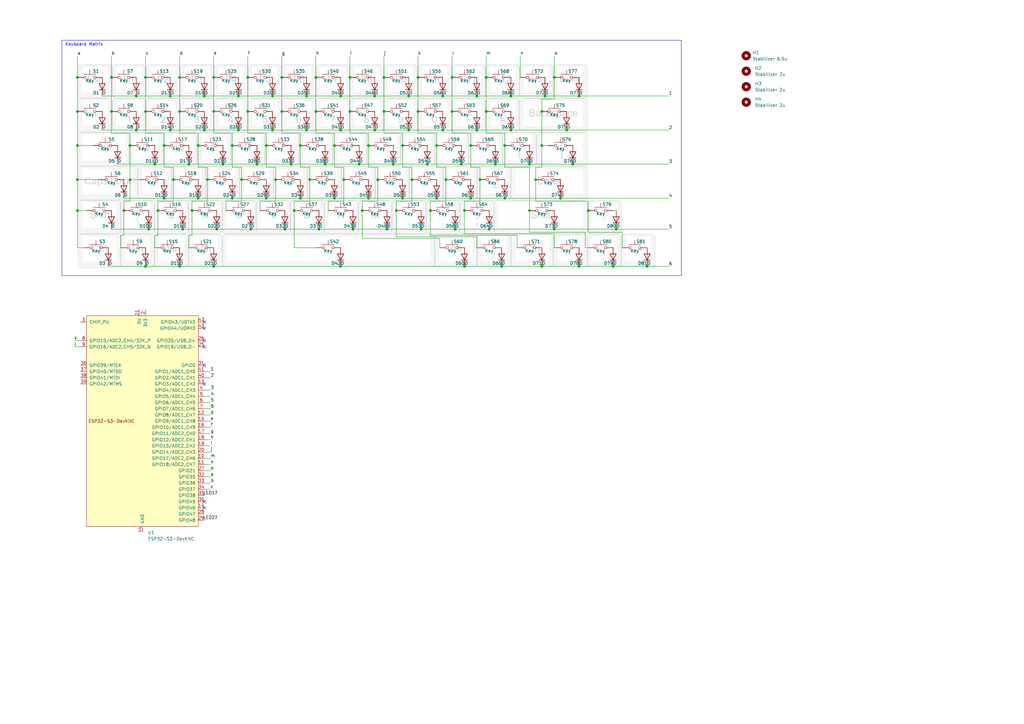
<source format=kicad_sch>
(kicad_sch (version 20230121) (generator eeschema)
  (paper "A3")
  (title_block (title "Keyboard-FT") (date "2024-01-16") (rev "V1.0"))
  (junction (at 73.66 45.72))
  (junction (at 222.25 45.72))
  (junction (at 162.56 86.36))
  (junction (at 200.66 93.98))
  (junction (at 130.81 93.98))
  (junction (at 190.5 86.36))
  (junction (at 171.45 45.72))
  (junction (at 87.63 31.75))
  (junction (at 133.35 67.31))
  (junction (at 102.87 93.98))
  (junction (at 167.64 53.34))
  (junction (at 67.31 81.28))
  (junction (at 154.94 73.66))
  (junction (at 111.76 53.34))
  (junction (at 69.85 39.37))
  (junction (at 181.61 53.34))
  (junction (at 129.54 45.72))
  (junction (at 157.48 45.72))
  (junction (at 105.41 67.31))
  (junction (at 53.34 73.66))
  (junction (at 83.82 53.34))
  (junction (at 87.63 45.72))
  (junction (at 140.97 73.66))
  (junction (at 31.75 31.75))
  (junction (at 59.69 31.75))
  (junction (at 116.84 93.98))
  (junction (at 207.01 81.28))
  (junction (at 31.75 86.36))
  (junction (at 167.64 39.37))
  (junction (at 87.63 109.22))
  (junction (at 111.76 39.37))
  (junction (at 31.75 73.66))
  (junction (at 81.28 81.28))
  (junction (at 182.88 73.66))
  (junction (at 219.71 73.66))
  (junction (at 97.79 39.37))
  (junction (at 73.66 31.75))
  (junction (at 67.31 59.69))
  (junction (at 165.1 81.28))
  (junction (at 45.72 45.72))
  (junction (at 222.25 59.69))
  (junction (at 85.09 73.66))
  (junction (at 74.93 93.98))
  (junction (at 158.75 93.98))
  (junction (at 55.88 53.34))
  (junction (at 77.47 67.31))
  (junction (at 143.51 45.72))
  (junction (at 207.01 59.69))
  (junction (at 127 73.66))
  (junction (at 119.38 67.31))
  (junction (at 193.04 81.28))
  (junction (at 31.75 45.72))
  (junction (at 55.88 39.37))
  (junction (at 115.57 45.72))
  (junction (at 179.07 81.28))
  (junction (at 189.23 67.31))
  (junction (at 109.22 81.28))
  (junction (at 88.9 93.98))
  (junction (at 237.49 109.22))
  (junction (at 237.49 39.37))
  (junction (at 125.73 53.34))
  (junction (at 123.19 81.28))
  (junction (at 190.5 109.22))
  (junction (at 209.55 39.37))
  (junction (at 205.74 109.22))
  (junction (at 157.48 31.75))
  (junction (at 60.96 93.98))
  (junction (at 59.69 109.22))
  (junction (at 193.04 59.69))
  (junction (at 45.72 31.75))
  (junction (at 97.79 53.34))
  (junction (at 63.5 67.31))
  (junction (at 113.03 73.66))
  (junction (at 64.77 86.36))
  (junction (at 196.85 73.66))
  (junction (at 199.39 31.75))
  (junction (at 109.22 59.69))
  (junction (at 168.91 73.66))
  (junction (at 252.73 93.98))
  (junction (at 101.6 31.75))
  (junction (at 199.39 45.72))
  (junction (at 50.8 86.36))
  (junction (at 176.53 86.36))
  (junction (at 151.13 81.28))
  (junction (at 227.33 31.75))
  (junction (at 73.66 109.22))
  (junction (at 265.43 109.22))
  (junction (at 125.73 39.37))
  (junction (at 139.7 53.34))
  (junction (at 203.2 67.31))
  (junction (at 175.26 67.31))
  (junction (at 99.06 73.66))
  (junction (at 241.3 86.36))
  (junction (at 153.67 53.34))
  (junction (at 120.65 86.36))
  (junction (at 217.17 67.31))
  (junction (at 217.17 86.36))
  (junction (at 123.19 59.69))
  (junction (at 137.16 81.28))
  (junction (at 223.52 39.37))
  (junction (at 195.58 53.34))
  (junction (at 139.7 109.22))
  (junction (at 229.87 81.28))
  (junction (at 195.58 39.37))
  (junction (at 139.7 39.37))
  (junction (at 71.12 73.66))
  (junction (at 101.6 45.72))
  (junction (at 53.34 59.69))
  (junction (at 165.1 59.69))
  (junction (at 78.74 86.36))
  (junction (at 181.61 39.37))
  (junction (at 161.29 67.31))
  (junction (at 83.82 39.37))
  (junction (at 147.32 67.31))
  (junction (at 151.13 59.69))
  (junction (at 209.55 53.34))
  (junction (at 95.25 59.69))
  (junction (at 222.25 109.22))
  (junction (at 179.07 59.69))
  (junction (at 185.42 31.75))
  (junction (at 185.42 45.72))
  (junction (at 143.51 31.75))
  (junction (at 69.85 53.34))
  (junction (at 171.45 31.75))
  (junction (at 91.44 67.31))
  (junction (at 137.16 59.69))
  (junction (at 153.67 39.37))
  (junction (at 227.33 93.98))
  (junction (at 251.46 109.22))
  (junction (at 234.95 67.31))
  (junction (at 186.69 93.98))
  (junction (at 144.78 93.98))
  (junction (at 172.72 93.98))
  (junction (at 148.59 86.36))
  (junction (at 129.54 31.75))
  (junction (at 59.69 45.72))
  (junction (at 115.57 31.75))
  (junction (at 31.75 59.69))
  (junction (at 95.25 81.28))
  (junction (at 232.41 53.34))
  (junction (at 81.28 59.69))
  (no_connect (at 83.82 149.86))
  (no_connect (at 83.82 134.62))
  (no_connect (at 83.82 208.28))
  (no_connect (at 83.82 139.7))
  (no_connect (at 83.82 142.24))
  (no_connect (at 83.82 205.74))
  (no_connect (at 83.82 157.48))
  (no_connect (at 83.82 132.08))
  (wire (pts (xy 67.31 59.69) (xy 67.31 68.58)))
  (wire (pts (xy 83.82 39.37) (xy 97.79 39.37)))
  (wire (pts (xy 123.19 81.28) (xy 137.16 81.28)))
  (wire (pts (xy 41.91 53.34) (xy 55.88 53.34)))
  (wire (pts (xy 237.49 109.22) (xy 251.46 109.22)))
  (wire (pts (xy 31.75 86.36) (xy 35.56 86.36)))
  (wire (pts (xy 53.34 59.69) (xy 53.34 73.66)))
  (wire (pts (xy 59.69 45.72) (xy 59.69 54.61)))
  (wire (pts (xy 83.82 160.02) (xy 86.36 160.02)))
  (wire (pts (xy 31.75 59.69) (xy 31.75 73.66)))
  (wire (pts (xy 95.25 68.58) (xy 99.06 68.58)))
  (wire (pts (xy 222.25 109.22) (xy 237.49 109.22)))
  (wire (pts (xy 59.69 54.61) (xy 67.31 54.61)))
  (wire (pts (xy 134.62 82.55) (xy 134.62 86.36)))
  (wire (pts (xy 83.82 187.96) (xy 86.36 187.96)))
  (wire (pts (xy 227.33 22.86) (xy 227.33 31.75)))
  (wire (pts (xy 101.6 54.61) (xy 109.22 54.61)))
  (wire (pts (xy 140.97 68.58) (xy 140.97 73.66)))
  (wire (pts (xy 83.82 152.4) (xy 86.36 152.4)))
  (wire (pts (xy 151.13 59.69) (xy 151.13 68.58)))
  (wire (pts (xy 205.74 109.22) (xy 222.25 109.22)))
  (wire (pts (xy 137.16 68.58) (xy 140.97 68.58)))
  (wire (pts (xy 87.63 54.61) (xy 95.25 54.61)))
  (wire (pts (xy 179.07 54.61) (xy 179.07 59.69)))
  (wire (pts (xy 50.8 82.55) (xy 50.8 86.36)))
  (wire (pts (xy 151.13 54.61) (xy 151.13 59.69)))
  (wire (pts (xy 154.94 82.55) (xy 148.59 82.55)))
  (wire (pts (xy 63.5 96.52) (xy 63.5 101.6)))
  (wire (pts (xy 116.84 93.98) (xy 130.81 93.98)))
  (wire (pts (xy 175.26 67.31) (xy 189.23 67.31)))
  (wire (pts (xy 137.16 54.61) (xy 137.16 59.69)))
  (wire (pts (xy 181.61 53.34) (xy 195.58 53.34)))
  (wire (pts (xy 85.09 68.58) (xy 85.09 73.66)))
  (wire (pts (xy 45.72 22.86) (xy 45.72 31.75)))
  (wire (pts (xy 83.82 195.58) (xy 86.36 195.58)))
  (wire (pts (xy 252.73 93.98) (xy 274.32 93.98)))
  (wire (pts (xy 176.53 82.55) (xy 176.53 86.36)))
  (wire (pts (xy 88.9 93.98) (xy 102.87 93.98)))
  (wire (pts (xy 67.31 54.61) (xy 67.31 59.69)))
  (wire (pts (xy 83.82 177.8) (xy 86.36 177.8)))
  (wire (pts (xy 219.71 82.55) (xy 241.3 82.55)))
  (wire (pts (xy 217.17 86.36) (xy 217.17 95.25)))
  (wire (pts (xy 99.06 68.58) (xy 99.06 73.66)))
  (wire (pts (xy 190.5 109.22) (xy 205.74 109.22)))
  (wire (pts (xy 182.88 68.58) (xy 182.88 73.66)))
  (wire (pts (xy 193.04 81.28) (xy 207.01 81.28)))
  (wire (pts (xy 251.46 109.22) (xy 265.43 109.22)))
  (wire (pts (xy 83.82 193.04) (xy 86.36 193.04)))
  (wire (pts (xy 83.82 154.94) (xy 86.36 154.94)))
  (wire (pts (xy 157.48 45.72) (xy 157.48 54.61)))
  (wire (pts (xy 222.25 40.64) (xy 222.25 45.72)))
  (wire (pts (xy 207.01 68.58) (xy 217.17 68.58)))
  (wire (pts (xy 217.17 68.58) (xy 217.17 86.36)))
  (wire (pts (xy 240.03 101.6) (xy 241.3 101.6)))
  (wire (pts (xy 129.54 22.86) (xy 129.54 31.75)))
  (wire (pts (xy 83.82 203.2) (xy 83.312 203.2)))
  (wire (pts (xy 199.39 31.75) (xy 199.39 45.72)))
  (wire (pts (xy 87.63 31.75) (xy 87.63 45.72)))
  (wire (pts (xy 120.65 86.36) (xy 120.65 101.6)))
  (wire (pts (xy 154.94 73.66) (xy 154.94 82.55)))
  (wire (pts (xy 119.38 67.31) (xy 133.35 67.31)))
  (wire (pts (xy 168.91 73.66) (xy 168.91 82.55)))
  (wire (pts (xy 77.47 67.31) (xy 91.44 67.31)))
  (wire (pts (xy 212.09 96.52) (xy 212.09 101.6)))
  (wire (pts (xy 73.66 22.86) (xy 73.66 31.75)))
  (wire (pts (xy 223.52 39.37) (xy 237.49 39.37)))
  (wire (pts (xy 105.41 67.31) (xy 119.38 67.31)))
  (wire (pts (xy 227.33 95.885) (xy 227.33 101.6)))
  (wire (pts (xy 143.51 22.86) (xy 143.51 31.75)))
  (wire (pts (xy 78.74 96.52) (xy 77.47 96.52)))
  (wire (pts (xy 115.57 54.61) (xy 123.19 54.61)))
  (wire (pts (xy 165.1 54.61) (xy 165.1 59.69)))
  (wire (pts (xy 50.8 96.52) (xy 49.53 96.52)))
  (wire (pts (xy 60.96 93.98) (xy 74.93 93.98)))
  (wire (pts (xy 83.82 185.42) (xy 86.36 185.42)))
  (wire (pts (xy 95.25 54.61) (xy 95.25 59.69)))
  (wire (pts (xy 123.19 68.58) (xy 127 68.58)))
  (wire (pts (xy 91.44 67.31) (xy 105.41 67.31)))
  (wire (pts (xy 99.06 73.66) (xy 99.06 82.55)))
  (wire (pts (xy 63.5 67.31) (xy 77.47 67.31)))
  (wire (pts (xy 222.25 59.69) (xy 222.25 68.58)))
  (wire (pts (xy 195.58 53.34) (xy 209.55 53.34)))
  (wire (pts (xy 101.6 22.86) (xy 101.6 31.75)))
  (wire (pts (xy 137.16 81.28) (xy 151.13 81.28)))
  (wire (pts (xy 59.69 31.75) (xy 59.69 45.72)))
  (wire (pts (xy 241.3 95.25) (xy 255.27 95.25)))
  (wire (pts (xy 181.61 39.37) (xy 195.58 39.37)))
  (wire (pts (xy 130.81 93.98) (xy 144.78 93.98)))
  (wire (pts (xy 193.04 59.69) (xy 193.04 68.58)))
  (wire (pts (xy 115.57 45.72) (xy 115.57 54.61)))
  (wire (pts (xy 123.19 59.69) (xy 123.19 68.58)))
  (wire (pts (xy 241.3 82.55) (xy 241.3 86.36)))
  (wire (pts (xy 219.71 68.58) (xy 219.71 73.66)))
  (wire (pts (xy 162.56 86.36) (xy 162.56 97.155)))
  (wire (pts (xy 129.54 54.61) (xy 137.16 54.61)))
  (wire (pts (xy 162.56 82.55) (xy 162.56 86.36)))
  (wire (pts (xy 157.48 22.86) (xy 157.48 31.75)))
  (wire (pts (xy 147.32 67.31) (xy 161.29 67.31)))
  (wire (pts (xy 199.39 54.61) (xy 207.01 54.61)))
  (wire (pts (xy 176.53 86.36) (xy 176.53 96.52)))
  (wire (pts (xy 127 82.55) (xy 120.65 82.55)))
  (wire (pts (xy 81.28 59.69) (xy 81.28 68.58)))
  (wire (pts (xy 207.01 81.28) (xy 229.87 81.28)))
  (wire (pts (xy 133.35 67.31) (xy 147.32 67.31)))
  (wire (pts (xy 129.54 45.72) (xy 129.54 54.61)))
  (wire (pts (xy 81.28 81.28) (xy 95.25 81.28)))
  (wire (pts (xy 45.72 93.98) (xy 60.96 93.98)))
  (wire (pts (xy 45.72 31.75) (xy 45.72 45.72)))
  (wire (pts (xy 148.59 97.79) (xy 180.34 97.79)))
  (wire (pts (xy 83.82 213.36) (xy 83.312 213.36)))
  (wire (pts (xy 113.03 73.66) (xy 113.03 82.55)))
  (wire (pts (xy 190.5 95.885) (xy 227.33 95.885)))
  (wire (pts (xy 199.39 22.86) (xy 199.39 31.75)))
  (wire (pts (xy 165.1 81.28) (xy 179.07 81.28)))
  (wire (pts (xy 55.88 53.34) (xy 69.85 53.34)))
  (wire (pts (xy 139.7 53.34) (xy 153.67 53.34)))
  (wire (pts (xy 71.12 82.55) (xy 64.77 82.55)))
  (wire (pts (xy 109.22 68.58) (xy 113.03 68.58)))
  (wire (pts (xy 83.82 180.34) (xy 86.36 180.34)))
  (wire (pts (xy 190.5 86.36) (xy 190.5 95.885)))
  (wire (pts (xy 73.66 54.61) (xy 81.28 54.61)))
  (wire (pts (xy 148.59 86.36) (xy 148.59 97.79)))
  (wire (pts (xy 151.13 81.28) (xy 165.1 81.28)))
  (wire (pts (xy 185.42 54.61) (xy 193.04 54.61)))
  (wire (pts (xy 73.66 109.22) (xy 87.63 109.22)))
  (wire (pts (xy 45.72 54.61) (xy 53.34 54.61)))
  (wire (pts (xy 240.03 95.25) (xy 240.03 101.6)))
  (wire (pts (xy 109.22 59.69) (xy 109.22 68.58)))
  (wire (pts (xy 222.25 68.58) (xy 219.71 68.58)))
  (wire (pts (xy 265.43 109.22) (xy 274.32 109.22)))
  (wire (pts (xy 77.47 96.52) (xy 77.47 101.6)))
  (wire (pts (xy 193.04 54.61) (xy 193.04 59.69)))
  (wire (pts (xy 162.56 97.155) (xy 195.58 97.155)))
  (wire (pts (xy 222.25 45.72) (xy 222.25 59.69)))
  (wire (pts (xy 31.75 31.75) (xy 31.75 45.72)))
  (wire (pts (xy 255.27 95.25) (xy 255.27 101.6)))
  (wire (pts (xy 53.34 54.61) (xy 53.34 59.69)))
  (wire (pts (xy 227.33 40.64) (xy 222.25 40.64)))
  (wire (pts (xy 106.68 82.55) (xy 106.68 86.36)))
  (wire (pts (xy 167.64 53.34) (xy 181.61 53.34)))
  (wire (pts (xy 78.74 86.36) (xy 78.74 96.52)))
  (wire (pts (xy 71.12 73.66) (xy 71.12 82.55)))
  (wire (pts (xy 50.8 86.36) (xy 50.8 96.52)))
  (wire (pts (xy 73.66 45.72) (xy 73.66 54.61)))
  (wire (pts (xy 217.17 67.31) (xy 234.95 67.31)))
  (wire (pts (xy 83.82 198.12) (xy 86.36 198.12)))
  (wire (pts (xy 95.25 81.28) (xy 109.22 81.28)))
  (wire (pts (xy 182.88 82.55) (xy 176.53 82.55)))
  (wire (pts (xy 179.07 68.58) (xy 182.88 68.58)))
  (wire (pts (xy 171.45 45.72) (xy 171.45 54.61)))
  (wire (pts (xy 50.8 81.28) (xy 67.31 81.28)))
  (wire (pts (xy 31.75 59.69) (xy 38.1 59.69)))
  (wire (pts (xy 171.45 22.86) (xy 171.45 31.75)))
  (wire (pts (xy 55.88 39.37) (xy 69.85 39.37)))
  (wire (pts (xy 113.03 82.55) (xy 106.68 82.55)))
  (wire (pts (xy 167.64 39.37) (xy 181.61 39.37)))
  (wire (pts (xy 199.39 45.72) (xy 199.39 54.61)))
  (wire (pts (xy 144.78 93.98) (xy 158.75 93.98)))
  (wire (pts (xy 53.34 73.66) (xy 53.34 82.55)))
  (wire (pts (xy 31.75 73.66) (xy 31.75 86.36)))
  (wire (pts (xy 180.34 97.79) (xy 180.34 101.6)))
  (wire (pts (xy 59.69 22.86) (xy 59.69 31.75)))
  (wire (pts (xy 185.42 22.86) (xy 185.42 31.75)))
  (wire (pts (xy 158.75 93.98) (xy 172.72 93.98)))
  (wire (pts (xy 203.2 67.31) (xy 217.17 67.31)))
  (wire (pts (xy 30.48 139.7) (xy 33.02 139.7)))
  (wire (pts (xy 115.57 31.75) (xy 115.57 45.72)))
  (wire (pts (xy 83.82 53.34) (xy 97.79 53.34)))
  (wire (pts (xy 139.7 109.22) (xy 190.5 109.22)))
  (wire (pts (xy 30.48 142.24) (xy 33.02 142.24)))
  (wire (pts (xy 83.82 170.18) (xy 86.36 170.18)))
  (wire (pts (xy 123.19 54.61) (xy 123.19 59.69)))
  (wire (pts (xy 87.63 109.22) (xy 139.7 109.22)))
  (wire (pts (xy 97.79 39.37) (xy 111.76 39.37)))
  (wire (pts (xy 139.7 39.37) (xy 153.67 39.37)))
  (wire (pts (xy 83.82 182.88) (xy 86.36 182.88)))
  (wire (pts (xy 120.65 82.55) (xy 120.65 86.36)))
  (wire (pts (xy 53.34 73.66) (xy 57.15 73.66)))
  (wire (pts (xy 115.57 22.86) (xy 115.57 31.75)))
  (wire (pts (xy 217.17 95.25) (xy 240.03 95.25)))
  (wire (pts (xy 176.53 96.52) (xy 212.09 96.52)))
  (wire (pts (xy 227.33 93.98) (xy 252.73 93.98)))
  (wire (pts (xy 87.63 22.86) (xy 87.63 31.75)))
  (wire (pts (xy 229.87 81.28) (xy 274.32 81.28)))
  (wire (pts (xy 140.97 73.66) (xy 140.97 82.55)))
  (wire (pts (xy 127 68.58) (xy 127 73.66)))
  (wire (pts (xy 109.22 81.28) (xy 123.19 81.28)))
  (wire (pts (xy 45.72 45.72) (xy 45.72 54.61)))
  (wire (pts (xy 83.82 190.5) (xy 86.36 190.5)))
  (wire (pts (xy 195.58 39.37) (xy 209.55 39.37)))
  (wire (pts (xy 186.69 93.98) (xy 200.66 93.98)))
  (wire (pts (xy 219.71 73.66) (xy 219.71 82.55)))
  (wire (pts (xy 78.74 82.55) (xy 78.74 86.36)))
  (wire (pts (xy 44.45 109.22) (xy 59.69 109.22)))
  (wire (pts (xy 171.45 31.75) (xy 171.45 45.72)))
  (wire (pts (xy 69.85 39.37) (xy 83.82 39.37)))
  (wire (pts (xy 31.75 22.86) (xy 31.75 31.75)))
  (wire (pts (xy 153.67 39.37) (xy 167.64 39.37)))
  (wire (pts (xy 189.23 67.31) (xy 203.2 67.31)))
  (wire (pts (xy 83.82 175.26) (xy 86.36 175.26)))
  (wire (pts (xy 48.26 67.31) (xy 63.5 67.31)))
  (wire (pts (xy 83.82 162.56) (xy 86.36 162.56)))
  (wire (pts (xy 83.82 200.66) (xy 86.36 200.66)))
  (wire (pts (xy 53.34 82.55) (xy 50.8 82.55)))
  (wire (pts (xy 67.31 68.58) (xy 71.12 68.58)))
  (wire (pts (xy 190.5 82.55) (xy 190.5 86.36)))
  (wire (pts (xy 252.73 86.36) (xy 251.46 86.36)))
  (wire (pts (xy 143.51 45.72) (xy 143.51 54.61)))
  (wire (pts (xy 95.25 59.69) (xy 95.25 68.58)))
  (wire (pts (xy 200.66 93.98) (xy 227.33 93.98)))
  (wire (pts (xy 171.45 54.61) (xy 179.07 54.61)))
  (wire (pts (xy 154.94 68.58) (xy 154.94 73.66)))
  (wire (pts (xy 209.55 53.34) (xy 232.41 53.34)))
  (wire (pts (xy 83.82 165.1) (xy 86.36 165.1)))
  (wire (pts (xy 73.66 31.75) (xy 73.66 45.72)))
  (wire (pts (xy 195.58 97.155) (xy 195.58 101.6)))
  (wire (pts (xy 224.79 59.69) (xy 222.25 59.69)))
  (wire (pts (xy 182.88 73.66) (xy 182.88 82.55)))
  (wire (pts (xy 241.3 86.36) (xy 241.3 95.25)))
  (wire (pts (xy 213.36 22.86) (xy 213.36 31.75)))
  (wire (pts (xy 83.82 172.72) (xy 86.36 172.72)))
  (wire (pts (xy 196.85 73.66) (xy 196.85 82.55)))
  (wire (pts (xy 85.09 82.55) (xy 78.74 82.55)))
  (wire (pts (xy 207.01 59.69) (xy 207.01 68.58)))
  (wire (pts (xy 81.28 68.58) (xy 85.09 68.58)))
  (wire (pts (xy 148.59 82.55) (xy 148.59 86.36)))
  (wire (pts (xy 153.67 53.34) (xy 167.64 53.34)))
  (wire (pts (xy 59.69 109.22) (xy 73.66 109.22)))
  (wire (pts (xy 227.33 31.75) (xy 227.33 40.64)))
  (wire (pts (xy 172.72 93.98) (xy 186.69 93.98)))
  (wire (pts (xy 111.76 39.37) (xy 125.73 39.37)))
  (wire (pts (xy 157.48 54.61) (xy 165.1 54.61)))
  (wire (pts (xy 31.75 73.66) (xy 40.64 73.66)))
  (wire (pts (xy 127 73.66) (xy 127 82.55)))
  (wire (pts (xy 109.22 54.61) (xy 109.22 59.69)))
  (wire (pts (xy 31.75 101.6) (xy 34.29 101.6)))
  (wire (pts (xy 165.1 68.58) (xy 168.91 68.58)))
  (wire (pts (xy 74.93 93.98) (xy 88.9 93.98)))
  (wire (pts (xy 129.54 31.75) (xy 129.54 45.72)))
  (wire (pts (xy 161.29 67.31) (xy 175.26 67.31)))
  (wire (pts (xy 234.95 67.31) (xy 274.32 67.31)))
  (wire (pts (xy 101.6 31.75) (xy 101.6 45.72)))
  (wire (pts (xy 232.41 53.34) (xy 274.32 53.34)))
  (wire (pts (xy 101.6 45.72) (xy 101.6 54.61)))
  (wire (pts (xy 41.91 39.37) (xy 55.88 39.37)))
  (wire (pts (xy 168.91 82.55) (xy 162.56 82.55)))
  (wire (pts (xy 143.51 31.75) (xy 143.51 45.72)))
  (wire (pts (xy 151.13 68.58) (xy 154.94 68.58)))
  (wire (pts (xy 92.71 82.55) (xy 92.71 86.36)))
  (wire (pts (xy 102.87 93.98) (xy 116.84 93.98)))
  (wire (pts (xy 143.51 54.61) (xy 151.13 54.61)))
  (wire (pts (xy 97.79 53.34) (xy 111.76 53.34)))
  (wire (pts (xy 64.77 86.36) (xy 64.77 96.52)))
  (wire (pts (xy 157.48 31.75) (xy 157.48 45.72)))
  (wire (pts (xy 69.85 53.34) (xy 83.82 53.34)))
  (wire (pts (xy 113.03 68.58) (xy 113.03 73.66)))
  (wire (pts (xy 99.06 82.55) (xy 92.71 82.55)))
  (wire (pts (xy 209.55 39.37) (xy 223.52 39.37)))
  (wire (pts (xy 237.49 39.37) (xy 274.32 39.37)))
  (wire (pts (xy 185.42 45.72) (xy 185.42 54.61)))
  (wire (pts (xy 31.75 45.72) (xy 31.75 59.69)))
  (wire (pts (xy 196.85 82.55) (xy 190.5 82.55)))
  (wire (pts (xy 67.31 81.28) (xy 81.28 81.28)))
  (wire (pts (xy 179.07 81.28) (xy 193.04 81.28)))
  (wire (pts (xy 185.42 31.75) (xy 185.42 45.72)))
  (wire (pts (xy 71.12 68.58) (xy 71.12 73.66)))
  (wire (pts (xy 83.82 167.64) (xy 86.36 167.64)))
  (wire (pts (xy 81.28 54.61) (xy 81.28 59.69)))
  (wire (pts (xy 111.76 53.34) (xy 125.73 53.34)))
  (wire (pts (xy 125.73 39.37) (xy 139.7 39.37)))
  (wire (pts (xy 193.04 68.58) (xy 196.85 68.58)))
  (wire (pts (xy 64.77 82.55) (xy 64.77 86.36)))
  (wire (pts (xy 49.53 96.52) (xy 49.53 101.6)))
  (wire (pts (xy 137.16 59.69) (xy 137.16 68.58)))
  (wire (pts (xy 207.01 54.61) (xy 207.01 59.69)))
  (wire (pts (xy 140.97 82.55) (xy 134.62 82.55)))
  (wire (pts (xy 64.77 96.52) (xy 63.5 96.52)))
  (wire (pts (xy 125.73 53.34) (xy 139.7 53.34)))
  (wire (pts (xy 85.09 73.66) (xy 85.09 82.55)))
  (wire (pts (xy 168.91 68.58) (xy 168.91 73.66)))
  (wire (pts (xy 87.63 45.72) (xy 87.63 54.61)))
  (wire (pts (xy 165.1 59.69) (xy 165.1 68.58)))
  (wire (pts (xy 120.65 101.6) (xy 129.54 101.6)))
  (wire (pts (xy 196.85 68.58) (xy 196.85 73.66)))
  (wire (pts (xy 179.07 59.69) (xy 179.07 68.58)))
  (wire (pts (xy 31.75 86.36) (xy 31.75 101.6)))
  (rectangle (start 25.4 16.51) (end 279.4 113.03))
  (image (at 150.368 68.199) (scale 1.55905))
  (text "Keyboard Matrix" (at 26.67 19.05 0) (effects (font (size 1.27 1.27)) (justify left bottom)))
  (label "n" (at 213.36 22.86 0))
  (label "j" (at 86.36 185.42 0))
  (label "b" (at 45.72 22.86 0))
  (label "f" (at 101.6 22.86 0))
  (label "h" (at 86.36 180.34 0))
  (label "LED1?" (at 83.312 203.2 0))
  (label "i" (at 86.36 182.88 0))
  (label "a" (at 31.75 22.86 0))
  (label "2" (at 274.32 53.34 0))
  (label "6" (at 86.36 167.64 0))
  (label "o" (at 227.33 22.86 0))
  (label "1" (at 86.36 152.4 0))
  (label "b" (at 86.36 198.12 0))
  (label "c" (at 59.69 22.86 0))
  (label "3" (at 86.36 160.02 0))
  (label "d" (at 73.66 22.86 0))
  (label "o" (at 86.36 193.04 0))
  (label "l" (at 185.42 22.86 0))
  (label "5" (at 274.32 93.98 0))
  (label "3" (at 274.32 67.31 0))
  (label "LED2?" (at 83.312 213.36 0))
  (label "c" (at 86.36 200.66 0))
  (label "f" (at 86.36 175.26 0))
  (label "1" (at 274.32 39.37 0))
  (label "m" (at 199.39 22.86 0))
  (label "g" (at 86.36 177.8 0))
  (label "n" (at 86.36 190.5 0))
  (label "m" (at 86.36 187.96 0))
  (label "4" (at 274.32 81.28 0))
  (label "i" (at 143.51 22.86 0))
  (label "4" (at 86.36 162.56 0))
  (label "j" (at 157.48 22.86 0))
  (label "k" (at 30.48 139.7 0))
  (label "e" (at 87.63 22.86 0))
  (label "d" (at 86.36 170.18 0))
  (label "6" (at 274.32 109.22 0))
  (label "e" (at 86.36 172.72 0))
  (label "l" (at 30.48 142.24 0))
  (label "k" (at 171.45 22.86 0))
  (label "g" (at 115.57 22.86 0))
  (label "5" (at 86.36 165.1 0))
  (label "a" (at 86.36 195.58 0))
  (label "2" (at 86.36 154.94 0))
  (label "h" (at 129.54 22.86 0))
  (symbol (lib_id "Switch:SW_Push") (at 92.71 45.72 0) (unit 1)
    (property "Reference" "S26" (at 95.25 43.18 0))
    (property "Value" "Key" (at 92.71 46.99 0))
    (property "Footprint" "PCM_Switch_Keyboard_Cherry_MX:SW_Cherry_MX_PCB_1.00u" (effects hide))
  )
  (symbol (lib_id "Device:D") (at 153.67 35.56 90) (unit 1)
    (property "Reference" "D46" (at 149.86 38.1 90) (effects (justify right)))
    (property "Value" "D" (at 153.67 38.1 90) (effects (justify right)))
    (property "Footprint" "kbd:D3_TH_SMD_v2" (effects hide))
    (property "Sim.Device" "D" (effects hide))
    (property "Sim.Pins" "1=K 2=A" (effects hide))
  )
  (symbol (lib_id "Switch:SW_Push") (at 106.68 45.72 0) (unit 1)
    (property "Reference" "S31" (at 109.22 43.18 0))
    (property "Value" "Key" (at 106.68 46.99 0))
    (property "Footprint" "PCM_Switch_Keyboard_Cherry_MX:SW_Cherry_MX_PCB_1.00u" (effects hide))
  )
  (symbol (lib_id "Switch:SW_Push") (at 82.55 101.6 0) (unit 1)
    (property "Reference" "S21" (at 85.09 99.06 0))
    (property "Value" "Key" (at 82.55 102.87 0))
    (property "Footprint" "PCM_Switch_Keyboard_Cherry_MX:SW_Cherry_MX_PCB_1.00u" (effects hide))
  )
  (symbol (lib_id "Switch:SW_Push") (at 185.42 101.6 0) (unit 1)
    (property "Reference" "S60" (at 187.96 99.06 0))
    (property "Value" "Key" (at 185.42 102.87 0))
    (property "Footprint" "PCM_Switch_Keyboard_Cherry_MX:SW_Cherry_MX_PCB_1.25u" (effects hide))
  )
  (symbol (lib_id "Device:D") (at 41.91 49.53 90) (unit 1)
    (property "Reference" "D2" (at 38.1 52.07 90) (effects (justify right)))
    (property "Value" "D" (at 41.91 52.07 90) (effects (justify right)))
    (property "Footprint" "kbd:D3_TH_SMD_v2" (effects hide))
    (property "Sim.Device" "D" (effects hide))
    (property "Sim.Pins" "1=K 2=A" (effects hide))
  )
  (symbol (lib_id "Device:D") (at 83.82 49.53 90) (unit 1)
    (property "Reference" "D20" (at 80.01 52.07 90) (effects (justify right)))
    (property "Value" "D" (at 83.82 52.07 90) (effects (justify right)))
    (property "Footprint" "kbd:D3_TH_SMD_v2" (effects hide))
    (property "Sim.Device" "D" (effects hide))
    (property "Sim.Pins" "1=K 2=A" (effects hide))
  )
  (symbol (lib_id "Device:D") (at 125.73 35.56 90) (unit 1)
    (property "Reference" "D35" (at 121.92 38.1 90) (effects (justify right)))
    (property "Value" "D" (at 125.73 38.1 90) (effects (justify right)))
    (property "Footprint" "kbd:D3_TH_SMD_v2" (effects hide))
    (property "Sim.Device" "D" (effects hide))
    (property "Sim.Pins" "1=K 2=A" (effects hide))
  )
  (symbol (lib_id "Device:D") (at 200.66 90.17 90) (unit 1)
    (property "Reference" "D64" (at 196.85 92.71 90) (effects (justify right)))
    (property "Value" "D" (at 200.66 92.71 90) (effects (justify right)))
    (property "Footprint" "kbd:D3_TH_SMD_v2" (effects hide))
    (property "Sim.Device" "D" (effects hide))
    (property "Sim.Pins" "1=K 2=A" (effects hide))
  )
  (symbol (lib_id "Device:D") (at 111.76 35.56 90) (unit 1)
    (property "Reference" "D30" (at 107.95 38.1 90) (effects (justify right)))
    (property "Value" "D" (at 111.76 38.1 90) (effects (justify right)))
    (property "Footprint" "kbd:D3_TH_SMD_v2" (effects hide))
    (property "Sim.Device" "D" (effects hide))
    (property "Sim.Pins" "1=K 2=A" (effects hide))
  )
  (symbol (lib_id "Switch:SW_Push") (at 204.47 31.75 0) (unit 1)
    (property "Reference" "S68" (at 207.01 29.21 0))
    (property "Value" "Key" (at 204.47 33.02 0))
    (property "Footprint" "PCM_Switch_Keyboard_Cherry_MX:SW_Cherry_MX_PCB_1.00u" (effects hide))
  )
  (symbol (lib_id "Device:D") (at 223.52 35.56 90) (unit 1)
    (property "Reference" "D72" (at 219.71 38.1 90) (effects (justify right)))
    (property "Value" "D" (at 223.52 38.1 90) (effects (justify right)))
    (property "Footprint" "kbd:D3_TH_SMD_v2" (effects hide))
    (property "Sim.Device" "D" (effects hide))
    (property "Sim.Pins" "1=K 2=A" (effects hide))
  )
  (symbol (lib_id "Device:D") (at 87.63 105.41 90) (unit 1)
    (property "Reference" "D21" (at 83.82 107.95 90) (effects (justify right)))
    (property "Value" "D" (at 87.63 107.95 90) (effects (justify right)))
    (property "Footprint" "kbd:D3_TH_SMD_v2" (effects hide))
    (property "Sim.Device" "D" (effects hide))
    (property "Sim.Pins" "1=K 2=A" (effects hide))
  )
  (symbol (lib_id "Device:D") (at 167.64 35.56 90) (unit 1)
    (property "Reference" "D51" (at 163.83 38.1 90) (effects (justify right)))
    (property "Value" "D" (at 167.64 38.1 90) (effects (justify right)))
    (property "Footprint" "kbd:D3_TH_SMD_v2" (effects hide))
    (property "Sim.Device" "D" (effects hide))
    (property "Sim.Pins" "1=K 2=A" (effects hide))
  )
  (symbol (lib_id "Device:D") (at 161.29 63.5 90) (unit 1)
    (property "Reference" "D49" (at 157.48 66.04 90) (effects (justify right)))
    (property "Value" "D" (at 161.29 66.04 90) (effects (justify right)))
    (property "Footprint" "kbd:D3_TH_SMD_v2" (effects hide))
    (property "Sim.Device" "D" (effects hide))
    (property "Sim.Pins" "1=K 2=A" (effects hide))
  )
  (symbol (lib_id "Switch:SW_Push") (at 128.27 59.69 0) (unit 1)
    (property "Reference" "S38" (at 130.81 57.15 0))
    (property "Value" "Key" (at 128.27 60.96 0))
    (property "Footprint" "PCM_Switch_Keyboard_Cherry_MX:SW_Cherry_MX_PCB_1.00u" (effects hide))
  )
  (symbol (lib_id "Device:D") (at 111.76 49.53 90) (unit 1)
    (property "Reference" "D31" (at 107.95 52.07 90) (effects (justify right)))
    (property "Value" "D" (at 111.76 52.07 90) (effects (justify right)))
    (property "Footprint" "kbd:D3_TH_SMD_v2" (effects hide))
    (property "Sim.Device" "D" (effects hide))
    (property "Sim.Pins" "1=K 2=A" (effects hide))
  )
  (symbol (lib_id "Switch:SW_Push") (at 232.41 31.75 0) (unit 1)
    (property "Reference" "S77" (at 234.95 29.21 0))
    (property "Value" "Key" (at 232.41 33.02 0))
    (property "Footprint" "PCM_Switch_Keyboard_Cherry_MX:SW_Cherry_MX_PCB_1.00u" (effects hide))
  )
  (symbol (lib_id "Switch:SW_Push") (at 64.77 45.72 0) (unit 1)
    (property "Reference" "S14" (at 67.31 43.18 0))
    (property "Value" "Key" (at 64.77 46.99 0))
    (property "Footprint" "PCM_Switch_Keyboard_Cherry_MX:SW_Cherry_MX_PCB_1.00u" (effects hide))
  )
  (symbol (lib_id "Switch:SW_Push") (at 224.79 73.66 0) (unit 1)
    (property "Reference" "S74" (at 227.33 71.12 0))
    (property "Value" "Key" (at 224.79 74.93 0))
    (property "Footprint" "PCM_Switch_Keyboard_Cherry_MX:SW_Cherry_MX_PCB_2.25u" (effects hide))
  )
  (symbol (lib_id "Switch:SW_Push") (at 190.5 31.75 0) (unit 1)
    (property "Reference" "S62" (at 193.04 29.21 0))
    (property "Value" "Key" (at 190.5 33.02 0))
    (property "Footprint" "PCM_Switch_Keyboard_Cherry_MX:SW_Cherry_MX_PCB_1.00u" (effects hide))
  )
  (symbol (lib_id "Device:D") (at 217.17 63.5 90) (unit 1)
    (property "Reference" "D70" (at 213.36 66.04 90) (effects (justify right)))
    (property "Value" "D" (at 217.17 66.04 90) (effects (justify right)))
    (property "Footprint" "kbd:D3_TH_SMD_v2" (effects hide))
    (property "Sim.Device" "D" (effects hide))
    (property "Sim.Pins" "1=K 2=A" (effects hide))
  )
  (symbol (lib_id "Switch:SW_Push") (at 92.71 31.75 0) (unit 1)
    (property "Reference" "S25" (at 95.25 29.21 0))
    (property "Value" "Key" (at 92.71 33.02 0))
    (property "Footprint" "PCM_Switch_Keyboard_Cherry_MX:SW_Cherry_MX_PCB_1.00u" (effects hide))
  )
  (symbol (lib_id "Device:D") (at 109.22 77.47 90) (unit 1)
    (property "Reference" "D29" (at 105.41 80.01 90) (effects (justify right)))
    (property "Value" "D" (at 109.22 80.01 90) (effects (justify right)))
    (property "Footprint" "kbd:D3_TH_SMD_v2" (effects hide))
    (property "Sim.Device" "D" (effects hide))
    (property "Sim.Pins" "1=K 2=A" (effects hide))
  )
  (symbol (lib_id "Device:D") (at 165.1 77.47 90) (unit 1)
    (property "Reference" "D50" (at 161.29 80.01 90) (effects (justify right)))
    (property "Value" "D" (at 165.1 80.01 90) (effects (justify right)))
    (property "Footprint" "kbd:D3_TH_SMD_v2" (effects hide))
    (property "Sim.Device" "D" (effects hide))
    (property "Sim.Pins" "1=K 2=A" (effects hide))
  )
  (symbol (lib_id "Device:D") (at 237.49 35.56 90) (unit 1)
    (property "Reference" "D77" (at 233.68 38.1 90) (effects (justify right)))
    (property "Value" "D" (at 237.49 38.1 90) (effects (justify right)))
    (property "Footprint" "kbd:D3_TH_SMD_v2" (effects hide))
    (property "Sim.Device" "D" (effects hide))
    (property "Sim.Pins" "1=K 2=A" (effects hide))
  )
  (symbol (lib_id "Switch:SW_Push") (at 184.15 59.69 0) (unit 1)
    (property "Reference" "S59" (at 186.69 57.15 0))
    (property "Value" "Key" (at 184.15 60.96 0))
    (property "Footprint" "PCM_Switch_Keyboard_Cherry_MX:SW_Cherry_MX_PCB_1.00u" (effects hide))
  )
  (symbol (lib_id "Mechanical:MountingHole") (at 306.07 41.91 0) (unit 1)
    (property "Reference" "H4" (at 309.626 40.64 0) (effects (justify left)))
    (property "Value" "Stabilizer 2u" (at 309.626 43.18 0) (effects (justify left)))
    (property "Footprint" "PCM_Mounting_Keyboard_Stabilizer:Stabilizer_Cherry_MX_2.00u" (effects hide))
  )
  (symbol (lib_id "Switch:SW_Push") (at 78.74 31.75 0) (unit 1)
    (property "Reference" "S19" (at 81.28 29.21 0))
    (property "Value" "Key" (at 78.74 33.02 0))
    (property "Footprint" "PCM_Switch_Keyboard_Cherry_MX:SW_Cherry_MX_PCB_1.00u" (effects hide))
  )
  (symbol (lib_id "Device:D") (at 172.72 90.17 90) (unit 1)
    (property "Reference" "D53" (at 168.91 92.71 90) (effects (justify right)))
    (property "Value" "D" (at 172.72 92.71 90) (effects (justify right)))
    (property "Footprint" "kbd:D3_TH_SMD_v2" (effects hide))
    (property "Sim.Device" "D" (effects hide))
    (property "Sim.Pins" "1=K 2=A" (effects hide))
  )
  (symbol (lib_id "Device:D") (at 265.43 105.41 90) (unit 1)
    (property "Reference" "D81" (at 261.62 107.95 90) (effects (justify right)))
    (property "Value" "D" (at 265.43 107.95 90) (effects (justify right)))
    (property "Footprint" "kbd:D3_TH_SMD_v2" (effects hide))
    (property "Sim.Device" "D" (effects hide))
    (property "Sim.Pins" "1=K 2=A" (effects hide))
  )
  (symbol (lib_id "Device:D") (at 203.2 63.5 90) (unit 1)
    (property "Reference" "D65" (at 199.39 66.04 90) (effects (justify right)))
    (property "Value" "D" (at 203.2 66.04 90) (effects (justify right)))
    (property "Footprint" "kbd:D3_TH_SMD_v2" (effects hide))
    (property "Sim.Device" "D" (effects hide))
    (property "Sim.Pins" "1=K 2=A" (effects hide))
  )
  (symbol (lib_id "Switch:SW_Push") (at 86.36 59.69 0) (unit 1)
    (property "Reference" "S23" (at 88.9 57.15 0))
    (property "Value" "Key" (at 86.36 60.96 0))
    (property "Footprint" "PCM_Switch_Keyboard_Cherry_MX:SW_Cherry_MX_PCB_1.00u" (effects hide))
  )
  (symbol (lib_id "Switch:SW_Push") (at 45.72 73.66 0) (unit 1)
    (property "Reference" "S6" (at 48.26 71.12 0))
    (property "Value" "Key" (at 45.72 74.93 0))
    (property "Footprint" "PCM_Switch_Keyboard_Cherry_MX:SW_Cherry_MX_PCB_1.75u" (effects hide))
  )
  (symbol (lib_id "Switch:SW_Push") (at 176.53 45.72 0) (unit 1)
    (property "Reference" "S57" (at 179.07 43.18 0))
    (property "Value" "Key" (at 176.53 46.99 0))
    (property "Footprint" "PCM_Switch_Keyboard_Cherry_MX:SW_Cherry_MX_PCB_1.00u" (effects hide))
  )
  (symbol (lib_id "Switch:SW_Push") (at 198.12 59.69 0) (unit 1)
    (property "Reference" "S65" (at 200.66 57.15 0))
    (property "Value" "Key" (at 198.12 60.96 0))
    (property "Footprint" "PCM_Switch_Keyboard_Cherry_MX:SW_Cherry_MX_PCB_1.00u" (effects hide))
  )
  (symbol (lib_id "Device:D") (at 59.69 105.41 90) (unit 1)
    (property "Reference" "D9" (at 55.88 107.95 90) (effects (justify right)))
    (property "Value" "D" (at 59.69 107.95 90) (effects (justify right)))
    (property "Footprint" "kbd:D3_TH_SMD_v2" (effects hide))
    (property "Sim.Device" "D" (effects hide))
    (property "Sim.Pins" "1=K 2=A" (effects hide))
  )
  (symbol (lib_id "Device:D") (at 252.73 90.17 90) (unit 1)
    (property "Reference" "D80" (at 248.92 92.71 90) (effects (justify right)))
    (property "Value" "D" (at 252.73 92.71 90) (effects (justify right)))
    (property "Footprint" "kbd:D3_TH_SMD_v2" (effects hide))
    (property "Sim.Device" "D" (effects hide))
    (property "Sim.Pins" "1=K 2=A" (effects hide))
  )
  (symbol (lib_id "Device:D") (at 158.75 90.17 90) (unit 1)
    (property "Reference" "D48" (at 154.94 92.71 90) (effects (justify right)))
    (property "Value" "D" (at 158.75 92.71 90) (effects (justify right)))
    (property "Footprint" "kbd:D3_TH_SMD_v2" (effects hide))
    (property "Sim.Device" "D" (effects hide))
    (property "Sim.Pins" "1=K 2=A" (effects hide))
  )
  (symbol (lib_id "Device:D") (at 73.66 105.41 90) (unit 1)
    (property "Reference" "D15" (at 69.85 107.95 90) (effects (justify right)))
    (property "Value" "D" (at 73.66 107.95 90) (effects (justify right)))
    (property "Footprint" "kbd:D3_TH_SMD_v2" (effects hide))
    (property "Sim.Device" "D" (effects hide))
    (property "Sim.Pins" "1=K 2=A" (effects hide))
  )
  (symbol (lib_id "Device:D") (at 179.07 77.47 90) (unit 1)
    (property "Reference" "D55" (at 175.26 80.01 90) (effects (justify right)))
    (property "Value" "D" (at 179.07 80.01 90) (effects (justify right)))
    (property "Footprint" "kbd:D3_TH_SMD_v2" (effects hide))
    (property "Sim.Device" "D" (effects hide))
    (property "Sim.Pins" "1=K 2=A" (effects hide))
  )
  (symbol (lib_id "Device:D") (at 88.9 90.17 90) (unit 1)
    (property "Reference" "D22" (at 85.09 92.71 90) (effects (justify right)))
    (property "Value" "D" (at 88.9 92.71 90) (effects (justify right)))
    (property "Footprint" "kbd:D3_TH_SMD_v2" (effects hide))
    (property "Sim.Device" "D" (effects hide))
    (property "Sim.Pins" "1=K 2=A" (effects hide))
  )
  (symbol (lib_id "Mechanical:MountingHole") (at 306.07 22.86 0) (unit 1)
    (property "Reference" "H1" (at 308.61 21.59 0) (effects (justify left)))
    (property "Value" "Stabilizer 6.5u" (at 308.61 24.13 0) (effects (justify left)))
    (property "Footprint" "PCM_Mounting_Keyboard_Stabilizer:Stabilizer_Cherry_MX_6.25u" (effects hide))
  )
  (symbol (lib_id "Device:D") (at 69.85 49.53 90) (unit 1)
    (property "Reference" "D14" (at 66.04 52.07 90) (effects (justify right)))
    (property "Value" "D" (at 69.85 52.07 90) (effects (justify right)))
    (property "Footprint" "kbd:D3_TH_SMD_v2" (effects hide))
    (property "Sim.Device" "D" (effects hide))
    (property "Sim.Pins" "1=K 2=A" (effects hide))
  )
  (symbol (lib_id "Device:D") (at 195.58 35.56 90) (unit 1)
    (property "Reference" "D62" (at 191.77 38.1 90) (effects (justify right)))
    (property "Value" "D" (at 195.58 38.1 90) (effects (justify right)))
    (property "Footprint" "kbd:D3_TH_SMD_v2" (effects hide))
    (property "Sim.Device" "D" (effects hide))
    (property "Sim.Pins" "1=K 2=A" (effects hide))
  )
  (symbol (lib_id "Switch:SW_Push") (at 36.83 31.75 0) (unit 1)
    (property "Reference" "S1" (at 39.37 29.21 0))
    (property "Value" "Key" (at 36.83 33.02 0))
    (property "Footprint" "PCM_Switch_Keyboard_Cherry_MX:SW_Cherry_MX_PCB_1.00u" (effects hide))
  )
  (symbol (lib_id "Device:D") (at 81.28 77.47 90) (unit 1)
    (property "Reference" "D18" (at 77.47 80.01 90) (effects (justify right)))
    (property "Value" "D" (at 81.28 80.01 90) (effects (justify right)))
    (property "Footprint" "kbd:D3_TH_SMD_v2" (effects hide))
    (property "Sim.Device" "D" (effects hide))
    (property "Sim.Pins" "1=K 2=A" (effects hide))
  )
  (symbol (lib_id "Device:D") (at 139.7 49.53 90) (unit 1)
    (property "Reference" "D41" (at 135.89 52.07 90) (effects (justify right)))
    (property "Value" "D" (at 139.7 52.07 90) (effects (justify right)))
    (property "Footprint" "kbd:D3_TH_SMD_v2" (effects hide))
    (property "Sim.Device" "D" (effects hide))
    (property "Sim.Pins" "1=K 2=A" (effects hide))
  )
  (symbol (lib_id "Device:D") (at 45.72 90.17 90) (unit 1)
    (property "Reference" "D4" (at 41.91 92.71 90) (effects (justify right)))
    (property "Value" "D" (at 45.72 92.71 90) (effects (justify right)))
    (property "Footprint" "kbd:D3_TH_SMD_v2" (effects hide))
    (property "Sim.Device" "D" (effects hide))
    (property "Sim.Pins" "1=K 2=A" (effects hide))
  )
  (symbol (lib_id "Switch:SW_Push") (at 62.23 73.66 0) (unit 1)
    (property "Reference" "S12" (at 64.77 71.12 0))
    (property "Value" "Key" (at 62.23 74.93 0))
    (property "Footprint" "PCM_Switch_Keyboard_Cherry_MX:SW_Cherry_MX_PCB_1.00u" (effects hide))
  )
  (symbol (lib_id "Switch:SW_Push") (at 58.42 59.69 0) (unit 1)
    (property "Reference" "S11" (at 60.96 57.15 0))
    (property "Value" "Key" (at 58.42 60.96 0))
    (property "Footprint" "PCM_Switch_Keyboard_Cherry_MX:SW_Cherry_MX_PCB_1.00u" (effects hide))
  )
  (symbol (lib_id "Switch:SW_Push") (at 181.61 86.36 0) (unit 1)
    (property "Reference" "S58" (at 184.15 83.82 0))
    (property "Value" "Key" (at 181.61 87.63 0))
    (property "Footprint" "PCM_Switch_Keyboard_Cherry_MX:SW_Cherry_MX_PCB_1.00u" (effects hide))
  )
  (symbol (lib_id "Switch:SW_Push") (at 190.5 45.72 0) (unit 1)
    (property "Reference" "S63" (at 193.04 43.18 0))
    (property "Value" "Key" (at 190.5 46.99 0))
    (property "Footprint" "PCM_Switch_Keyboard_Cherry_MX:SW_Cherry_MX_PCB_1.00u" (effects hide))
  )
  (symbol (lib_id "Switch:SW_Push") (at 200.66 101.6 0) (unit 1)
    (property "Reference" "S66" (at 203.2 99.06 0))
    (property "Value" "Key" (at 200.66 102.87 0))
    (property "Footprint" "PCM_Switch_Keyboard_Cherry_MX:SW_Cherry_MX_PCB_1.00u" (effects hide))
  )
  (symbol (lib_id "Device:D") (at 44.45 105.41 90) (unit 1)
    (property "Reference" "D3" (at 40.64 107.95 90) (effects (justify right)))
    (property "Value" "D" (at 44.45 107.95 90) (effects (justify right)))
    (property "Footprint" "kbd:D3_TH_SMD_v2" (effects hide))
    (property "Sim.Device" "D" (effects hide))
    (property "Sim.Pins" "1=K 2=A" (effects hide))
  )
  (symbol (lib_id "Switch:SW_Push") (at 120.65 31.75 0) (unit 1)
    (property "Reference" "S35" (at 123.19 29.21 0))
    (property "Value" "Key" (at 120.65 33.02 0))
    (property "Footprint" "PCM_Switch_Keyboard_Cherry_MX:SW_Cherry_MX_PCB_1.00u" (effects hide))
  )
  (symbol (lib_id "Device:D") (at 41.91 35.56 90) (unit 1)
    (property "Reference" "D1" (at 38.1 38.1 90) (effects (justify right)))
    (property "Value" "D" (at 41.91 38.1 90) (effects (justify right)))
    (property "Footprint" "kbd:D3_TH_SMD_v2" (effects hide))
    (property "Sim.Device" "D" (effects hide))
    (property "Sim.Pins" "1=K 2=A" (effects hide))
  )
  (symbol (lib_id "Switch:SW_Push") (at 134.62 101.6 0) (unit 1)
    (property "Reference" "S42" (at 137.16 99.06 0))
    (property "Value" "Key" (at 134.62 102.87 0))
    (property "Footprint" "PCM_Switch_Keyboard_Cherry_MX:SW_Cherry_MX_PCB_6.25u" (effects hide))
  )
  (symbol (lib_id "Switch:SW_Push") (at 132.08 73.66 0) (unit 1)
    (property "Reference" "S39" (at 134.62 71.12 0))
    (property "Value" "Key" (at 132.08 74.93 0))
    (property "Footprint" "PCM_Switch_Keyboard_Cherry_MX:SW_Cherry_MX_PCB_1.00u" (effects hide))
  )
  (symbol (lib_id "Device:D") (at 186.69 90.17 90) (unit 1)
    (property "Reference" "D58" (at 182.88 92.71 90) (effects (justify right)))
    (property "Value" "D" (at 186.69 92.71 90) (effects (justify right)))
    (property "Footprint" "kbd:D3_TH_SMD_v2" (effects hide))
    (property "Sim.Device" "D" (effects hide))
    (property "Sim.Pins" "1=K 2=A" (effects hide))
  )
  (symbol (lib_id "Device:D") (at 130.81 90.17 90) (unit 1)
    (property "Reference" "D37" (at 127 92.71 90) (effects (justify right)))
    (property "Value" "D" (at 130.81 92.71 90) (effects (justify right)))
    (property "Footprint" "kbd:D3_TH_SMD_v2" (effects hide))
    (property "Sim.Device" "D" (effects hide))
    (property "Sim.Pins" "1=K 2=A" (effects hide))
  )
  (symbol (lib_id "Device:D") (at 77.47 63.5 90) (unit 1)
    (property "Reference" "D17" (at 73.66 66.04 90) (effects (justify right)))
    (property "Value" "D" (at 77.47 66.04 90) (effects (justify right)))
    (property "Footprint" "kbd:D3_TH_SMD_v2" (effects hide))
    (property "Sim.Device" "D" (effects hide))
    (property "Sim.Pins" "1=K 2=A" (effects hide))
  )
  (symbol (lib_id "Device:D") (at 97.79 49.53 90) (unit 1)
    (property "Reference" "D26" (at 93.98 52.07 90) (effects (justify right)))
    (property "Value" "D" (at 97.79 52.07 90) (effects (justify right)))
    (property "Footprint" "kbd:D3_TH_SMD_v2" (effects hide))
    (property "Sim.Device" "D" (effects hide))
    (property "Sim.Pins" "1=K 2=A" (effects hide))
  )
  (symbol (lib_id "Switch:SW_Push") (at 148.59 45.72 0) (unit 1)
    (property "Reference" "S47" (at 151.13 43.18 0))
    (property "Value" "Key" (at 148.59 46.99 0))
    (property "Footprint" "PCM_Switch_Keyboard_Cherry_MX:SW_Cherry_MX_PCB_1.00u" (effects hide))
  )
  (symbol (lib_id "Device:D") (at 55.88 49.53 90) (unit 1)
    (property "Reference" "D8" (at 52.07 52.07 90) (effects (justify right)))
    (property "Value" "D" (at 55.88 52.07 90) (effects (justify right)))
    (property "Footprint" "kbd:D3_TH_SMD_v2" (effects hide))
    (property "Sim.Device" "D" (effects hide))
    (property "Sim.Pins" "1=K 2=A" (effects hide))
  )
  (symbol (lib_id "Switch:SW_Push") (at 142.24 59.69 0) (unit 1)
    (property "Reference" "S44" (at 144.78 57.15 0))
    (property "Value" "Key" (at 142.24 60.96 0))
    (property "Footprint" "PCM_Switch_Keyboard_Cherry_MX:SW_Cherry_MX_PCB_1.00u" (effects hide))
  )
  (symbol (lib_id "Switch:SW_Push") (at 176.53 31.75 0) (unit 1)
    (property "Reference" "S56" (at 179.07 29.21 0))
    (property "Value" "Key" (at 176.53 33.02 0))
    (property "Footprint" "PCM_Switch_Keyboard_Cherry_MX:SW_Cherry_MX_PCB_1.00u" (effects hide))
  )
  (symbol (lib_id "Switch:SW_Push") (at 148.59 31.75 0) (unit 1)
    (property "Reference" "S46" (at 151.13 29.21 0))
    (property "Value" "Key" (at 148.59 33.02 0))
    (property "Footprint" "PCM_Switch_Keyboard_Cherry_MX:SW_Cherry_MX_PCB_1.00u" (effects hide))
  )
  (symbol (lib_id "Device:D") (at 207.01 77.47 90) (unit 1)
    (property "Reference" "D67" (at 203.2 80.01 90) (effects (justify right)))
    (property "Value" "D" (at 207.01 80.01 90) (effects (justify right)))
    (property "Footprint" "kbd:D3_TH_SMD_v2" (effects hide))
    (property "Sim.Device" "D" (effects hide))
    (property "Sim.Pins" "1=K 2=A" (effects hide))
  )
  (symbol (lib_id "Device:D") (at 190.5 105.41 90) (unit 1)
    (property "Reference" "D60" (at 186.69 107.95 90) (effects (justify right)))
    (property "Value" "D" (at 190.5 107.95 90) (effects (justify right)))
    (property "Footprint" "kbd:D3_TH_SMD_v2" (effects hide))
    (property "Sim.Device" "D" (effects hide))
    (property "Sim.Pins" "1=K 2=A" (effects hide))
  )
  (symbol (lib_id "Device:D") (at 227.33 90.17 90) (unit 1)
    (property "Reference" "D73" (at 223.52 92.71 90) (effects (justify right)))
    (property "Value" "D" (at 227.33 92.71 90) (effects (justify right)))
    (property "Footprint" "kbd:D3_TH_SMD_v2" (effects hide))
    (property "Sim.Device" "D" (effects hide))
    (property "Sim.Pins" "1=K 2=A" (effects hide))
  )
  (symbol (lib_id "Switch:SW_Push") (at 204.47 45.72 0) (unit 1)
    (property "Reference" "S69" (at 207.01 43.18 0))
    (property "Value" "Key" (at 204.47 46.99 0))
    (property "Footprint" "PCM_Switch_Keyboard_Cherry_MX:SW_Cherry_MX_PCB_1.00u" (effects hide))
  )
  (symbol (lib_id "Switch:SW_Push") (at 195.58 86.36 0) (unit 1)
    (property "Reference" "S64" (at 198.12 83.82 0))
    (property "Value" "Key" (at 195.58 87.63 0))
    (property "Footprint" "PCM_Switch_Keyboard_Cherry_MX:SW_Cherry_MX_PCB_1.00u" (effects hide))
  )
  (symbol (lib_id "Switch:SW_Push") (at 72.39 59.69 0) (unit 1)
    (property "Reference" "S17" (at 74.93 57.15 0))
    (property "Value" "Key" (at 72.39 60.96 0))
    (property "Footprint" "PCM_Switch_Keyboard_Cherry_MX:SW_Cherry_MX_PCB_1.00u" (effects hide))
  )
  (symbol (lib_id "Device:D") (at 139.7 105.41 90) (unit 1)
    (property "Reference" "D42" (at 135.89 107.95 90) (effects (justify right)))
    (property "Value" "D" (at 139.7 107.95 90) (effects (justify right)))
    (property "Footprint" "kbd:D3_TH_SMD_v2" (effects hide))
    (property "Sim.Device" "D" (effects hide))
    (property "Sim.Pins" "1=K 2=A" (effects hide))
  )
  (symbol (lib_id "Device:D") (at 151.13 77.47 90) (unit 1)
    (property "Reference" "D45" (at 147.32 80.01 90) (effects (justify right)))
    (property "Value" "D" (at 151.13 80.01 90) (effects (justify right)))
    (property "Footprint" "kbd:D3_TH_SMD_v2" (effects hide))
    (property "Sim.Device" "D" (effects hide))
    (property "Sim.Pins" "1=K 2=A" (effects hide))
  )
  (symbol (lib_id "Switch:SW_Push") (at 43.18 59.69 0) (unit 1)
    (property "Reference" "S5" (at 45.72 57.15 0))
    (property "Value" "Key" (at 43.18 60.96 0))
    (property "Footprint" "PCM_Switch_Keyboard_Cherry_MX:SW_Cherry_MX_PCB_1.50u" (effects hide))
  )
  (symbol (lib_id "Switch:SW_Push") (at 55.88 86.36 0) (unit 1)
    (property "Reference" "S10" (at 58.42 83.82 0))
    (property "Value" "Key" (at 55.88 87.63 0))
    (property "Footprint" "PCM_Switch_Keyboard_Cherry_MX:SW_Cherry_MX_PCB_1.00u" (effects hide))
  )
  (symbol (lib_id "Switch:SW_Push") (at 173.99 73.66 0) (unit 1)
    (property "Reference" "S55" (at 176.53 71.12 0))
    (property "Value" "Key" (at 173.99 74.93 0))
    (property "Footprint" "PCM_Switch_Keyboard_Cherry_MX:SW_Cherry_MX_PCB_1.00u" (effects hide))
  )
  (symbol (lib_id "Switch:SW_Push") (at 227.33 45.72 0) (unit 1)
    (property "Reference" "S75" (at 229.87 43.18 0))
    (property "Value" "Key" (at 227.33 46.99 0))
    (property "Footprint" "PCM_Switch_Keyboard_Cherry_MX:SW_Cherry_MX_PCB_2.00u" (effects hide))
  )
  (symbol (lib_id "Switch:SW_Push") (at 111.76 86.36 0) (unit 1)
    (property "Reference" "S32" (at 114.3 83.82 0))
    (property "Value" "Key" (at 111.76 87.63 0))
    (property "Footprint" "PCM_Switch_Keyboard_Cherry_MX:SW_Cherry_MX_PCB_1.00u" (effects hide))
  )
  (symbol (lib_id "PCM_Espressif:ESP32-S3-DevKitC") (at 58.42 172.72 0) (unit 1)
    (property "Reference" "U1" (at 60.6141 218.44 0) (effects (justify left)))
    (property "Value" "ESP32-S3-DevKitC" (at 60.6141 220.98 0) (effects (justify left)))
    (property "Footprint" "PCM_Espressif:ESP32-S3-DevKitC" (effects hide))
  )
  (symbol (lib_id "Switch:SW_Push") (at 187.96 73.66 0) (unit 1)
    (property "Reference" "S61" (at 190.5 71.12 0))
    (property "Value" "Key" (at 187.96 74.93 0))
    (property "Footprint" "PCM_Switch_Keyboard_Cherry_MX:SW_Cherry_MX_PCB_1.00u" (effects hide))
  )
  (symbol (lib_id "Device:D") (at 251.46 105.41 90) (unit 1)
    (property "Reference" "D79" (at 247.65 107.95 90) (effects (justify right)))
    (property "Value" "D" (at 251.46 107.95 90) (effects (justify right)))
    (property "Footprint" "kbd:D3_TH_SMD_v2" (effects hide))
    (property "Sim.Device" "D" (effects hide))
    (property "Sim.Pins" "1=K 2=A" (effects hide))
  )
  (symbol (lib_id "Switch:SW_Push") (at 64.77 31.75 0) (unit 1)
    (property "Reference" "S13" (at 67.31 29.21 0))
    (property "Value" "Key" (at 64.77 33.02 0))
    (property "Footprint" "PCM_Switch_Keyboard_Cherry_MX:SW_Cherry_MX_PCB_1.00u" (effects hide))
  )
  (symbol (lib_id "Switch:SW_Push") (at 104.14 73.66 0) (unit 1)
    (property "Reference" "S29" (at 106.68 71.12 0))
    (property "Value" "Key" (at 104.14 74.93 0))
    (property "Footprint" "PCM_Switch_Keyboard_Cherry_MX:SW_Cherry_MX_PCB_1.00u" (effects hide))
  )
  (symbol (lib_id "Device:D") (at 209.55 49.53 90) (unit 1)
    (property "Reference" "D69" (at 205.74 52.07 90) (effects (justify right)))
    (property "Value" "D" (at 209.55 52.07 90) (effects (justify right)))
    (property "Footprint" "kbd:D3_TH_SMD_v2" (effects hide))
    (property "Sim.Device" "D" (effects hide))
    (property "Sim.Pins" "1=K 2=A" (effects hide))
  )
  (symbol (lib_id "Switch:SW_Push") (at 246.38 86.36 0) (unit 1)
    (property "Reference" "S79" (at 248.92 83.82 0))
    (property "Value" "Key" (at 246.38 87.63 0))
    (property "Footprint" "PCM_Switch_Keyboard_Cherry_MX:SW_Cherry_MX_PCB_1.00u" (effects hide))
  )
  (symbol (lib_id "Switch:SW_Push") (at 40.64 86.36 0) (unit 1)
    (property "Reference" "S4" (at 43.18 83.82 0))
    (property "Value" "Key" (at 40.64 87.63 0))
    (property "Footprint" "PCM_Switch_Keyboard_Cherry_MX:SW_Cherry_MX_PCB_1.25u" (effects hide))
  )
  (symbol (lib_id "Device:D") (at 119.38 63.5 90) (unit 1)
    (property "Reference" "D33" (at 115.57 66.04 90) (effects (justify right)))
    (property "Value" "D" (at 119.38 66.04 90) (effects (justify right)))
    (property "Footprint" "kbd:D3_TH_SMD_v2" (effects hide))
    (property "Sim.Device" "D" (effects hide))
    (property "Sim.Pins" "1=K 2=A" (effects hide))
  )
  (symbol (lib_id "Switch:SW_Push") (at 69.85 86.36 0) (unit 1)
    (property "Reference" "S16" (at 72.39 83.82 0))
    (property "Value" "Key" (at 69.85 87.63 0))
    (property "Footprint" "PCM_Switch_Keyboard_Cherry_MX:SW_Cherry_MX_PCB_1.00u" (effects hide))
  )
  (symbol (lib_id "Mechanical:MountingHole") (at 306.07 29.21 0) (unit 1)
    (property "Reference" "H2" (at 309.626 27.94 0) (effects (justify left)))
    (property "Value" "Stabilizer 2u" (at 309.626 30.48 0) (effects (justify left)))
    (property "Footprint" "PCM_Mounting_Keyboard_Stabilizer:Stabilizer_Cherry_MX_2.00u" (effects hide))
  )
  (symbol (lib_id "Switch:SW_Push") (at 100.33 59.69 0) (unit 1)
    (property "Reference" "S28" (at 102.87 57.15 0))
    (property "Value" "Key" (at 100.33 60.96 0))
    (property "Footprint" "PCM_Switch_Keyboard_Cherry_MX:SW_Cherry_MX_PCB_1.00u" (effects hide))
  )
  (symbol (lib_id "Device:D") (at 153.67 49.53 90) (unit 1)
    (property "Reference" "D47" (at 149.86 52.07 90) (effects (justify right)))
    (property "Value" "D" (at 153.67 52.07 90) (effects (justify right)))
    (property "Footprint" "kbd:D3_TH_SMD_v2" (effects hide))
    (property "Sim.Device" "D" (effects hide))
    (property "Sim.Pins" "1=K 2=A" (effects hide))
  )
  (symbol (lib_id "Switch:SW_Push") (at 167.64 86.36 0) (unit 1)
    (property "Reference" "S53" (at 170.18 83.82 0))
    (property "Value" "Key" (at 167.64 87.63 0))
    (property "Footprint" "PCM_Switch_Keyboard_Cherry_MX:SW_Cherry_MX_PCB_1.00u" (effects hide))
  )
  (symbol (lib_id "Device:D") (at 189.23 63.5 90) (unit 1)
    (property "Reference" "D59" (at 185.42 66.04 90) (effects (justify right)))
    (property "Value" "D" (at 189.23 66.04 90) (effects (justify right)))
    (property "Footprint" "kbd:D3_TH_SMD_v2" (effects hide))
    (property "Sim.Device" "D" (effects hide))
    (property "Sim.Pins" "1=K 2=A" (effects hide))
  )
  (symbol (lib_id "Switch:SW_Push") (at 139.7 86.36 0) (unit 1)
    (property "Reference" "S43" (at 142.24 83.82 0))
    (property "Value" "Key" (at 139.7 87.63 0))
    (property "Footprint" "PCM_Switch_Keyboard_Cherry_MX:SW_Cherry_MX_PCB_1.00u" (effects hide))
  )
  (symbol (lib_id "Device:D") (at 181.61 35.56 90) (unit 1)
    (property "Reference" "D56" (at 177.8 38.1 90) (effects (justify right)))
    (property "Value" "D" (at 181.61 38.1 90) (effects (justify right)))
    (property "Footprint" "kbd:D3_TH_SMD_v2" (effects hide))
    (property "Sim.Device" "D" (effects hide))
    (property "Sim.Pins" "1=K 2=A" (effects hide))
  )
  (symbol (lib_id "Device:D") (at 193.04 77.47 90) (unit 1)
    (property "Reference" "D61" (at 189.23 80.01 90) (effects (justify right)))
    (property "Value" "D" (at 193.04 80.01 90) (effects (justify right)))
    (property "Footprint" "kbd:D3_TH_SMD_v2" (effects hide))
    (property "Sim.Device" "D" (effects hide))
    (property "Sim.Pins" "1=K 2=A" (effects hide))
  )
  (symbol (lib_id "Device:D") (at 60.96 90.17 90) (unit 1)
    (property "Reference" "D10" (at 57.15 92.71 90) (effects (justify right)))
    (property "Value" "D" (at 60.96 92.71 90) (effects (justify right)))
    (property "Footprint" "kbd:D3_TH_SMD_v2" (effects hide))
    (property "Sim.Device" "D" (effects hide))
    (property "Sim.Pins" "1=K 2=A" (effects hide))
  )
  (symbol (lib_id "Device:D") (at 195.58 49.53 90) (unit 1)
    (property "Reference" "D63" (at 191.77 52.07 90) (effects (justify right)))
    (property "Value" "D" (at 195.58 52.07 90) (effects (justify right)))
    (property "Footprint" "kbd:D3_TH_SMD_v2" (effects hide))
    (property "Sim.Device" "D" (effects hide))
    (property "Sim.Pins" "1=K 2=A" (effects hide))
  )
  (symbol (lib_id "Device:D") (at 175.26 63.5 90) (unit 1)
    (property "Reference" "D54" (at 171.45 66.04 90) (effects (justify right)))
    (property "Value" "D" (at 175.26 66.04 90) (effects (justify right)))
    (property "Footprint" "kbd:D3_TH_SMD_v2" (effects hide))
    (property "Sim.Device" "D" (effects hide))
    (property "Sim.Pins" "1=K 2=A" (effects hide))
  )
  (symbol (lib_id "Switch:SW_Push") (at 97.79 86.36 0) (unit 1)
    (property "Reference" "S27" (at 100.33 83.82 0))
    (property "Value" "Key" (at 97.79 87.63 0))
    (property "Footprint" "PCM_Switch_Keyboard_Cherry_MX:SW_Cherry_MX_PCB_1.00u" (effects hide))
  )
  (symbol (lib_id "Device:D") (at 232.41 49.53 90) (unit 1)
    (property "Reference" "D75" (at 228.6 52.07 90) (effects (justify right)))
    (property "Value" "D" (at 232.41 52.07 90) (effects (justify right)))
    (property "Footprint" "kbd:D3_TH_SMD_v2" (effects hide))
    (property "Sim.Device" "D" (effects hide))
    (property "Sim.Pins" "1=K 2=A" (effects hide))
  )
  (symbol (lib_id "Switch:SW_Push") (at 232.41 101.6 0) (unit 1)
    (property "Reference" "S78" (at 234.95 99.06 0))
    (property "Value" "Key" (at 232.41 102.87 0))
    (property "Footprint" "PCM_Switch_Keyboard_Cherry_MX:SW_Cherry_MX_PCB_1.00u" (effects hide))
  )
  (symbol (lib_id "Switch:SW_Push") (at 68.58 101.6 0) (unit 1)
    (property "Reference" "S15" (at 71.12 99.06 0))
    (property "Value" "Key" (at 68.58 102.87 0))
    (property "Footprint" "PCM_Switch_Keyboard_Cherry_MX:SW_Cherry_MX_PCB_1.00u" (effects hide))
  )
  (symbol (lib_id "Switch:SW_Push") (at 90.17 73.66 0) (unit 1)
    (property "Reference" "S24" (at 92.71 71.12 0))
    (property "Value" "Key" (at 90.17 74.93 0))
    (property "Footprint" "PCM_Switch_Keyboard_Cherry_MX:SW_Cherry_MX_PCB_1.00u" (effects hide))
  )
  (symbol (lib_id "Device:D") (at 105.41 63.5 90) (unit 1)
    (property "Reference" "D28" (at 101.6 66.04 90) (effects (justify right)))
    (property "Value" "D" (at 105.41 66.04 90) (effects (justify right)))
    (property "Footprint" "kbd:D3_TH_SMD_v2" (effects hide))
    (property "Sim.Device" "D" (effects hide))
    (property "Sim.Pins" "1=K 2=A" (effects hide))
  )
  (symbol (lib_id "Device:D") (at 95.25 77.47 90) (unit 1)
    (property "Reference" "D24" (at 91.44 80.01 90) (effects (justify right)))
    (property "Value" "D" (at 95.25 80.01 90) (effects (justify right)))
    (property "Footprint" "kbd:D3_TH_SMD_v2" (effects hide))
    (property "Sim.Device" "D" (effects hide))
    (property "Sim.Pins" "1=K 2=A" (effects hide))
  )
  (symbol (lib_id "Device:D") (at 205.74 105.41 90) (unit 1)
    (property "Reference" "D66" (at 201.93 107.95 90) (effects (justify right)))
    (property "Value" "D" (at 205.74 107.95 90) (effects (justify right)))
    (property "Footprint" "kbd:D3_TH_SMD_v2" (effects hide))
    (property "Sim.Device" "D" (effects hide))
    (property "Sim.Pins" "1=K 2=A" (effects hide))
  )
  (symbol (lib_id "Device:D") (at 137.16 77.47 90) (unit 1)
    (property "Reference" "D39" (at 133.35 80.01 90) (effects (justify right)))
    (property "Value" "D" (at 137.16 80.01 90) (effects (justify right)))
    (property "Footprint" "kbd:D3_TH_SMD_v2" (effects hide))
    (property "Sim.Device" "D" (effects hide))
    (property "Sim.Pins" "1=K 2=A" (effects hide))
  )
  (symbol (lib_id "Device:D") (at 237.49 105.41 90) (unit 1)
    (property "Reference" "D78" (at 233.68 107.95 90) (effects (justify right)))
    (property "Value" "D" (at 237.49 107.95 90) (effects (justify right)))
    (property "Footprint" "kbd:D3_TH_SMD_v2" (effects hide))
    (property "Sim.Device" "D" (effects hide))
    (property "Sim.Pins" "1=K 2=A" (effects hide))
  )
  (symbol (lib_id "Switch:SW_Push") (at 146.05 73.66 0) (unit 1)
    (property "Reference" "S45" (at 148.59 71.12 0))
    (property "Value" "Key" (at 146.05 74.93 0))
    (property "Footprint" "PCM_Switch_Keyboard_Cherry_MX:SW_Cherry_MX_PCB_1.00u" (effects hide))
  )
  (symbol (lib_id "Device:D") (at 74.93 90.17 90) (unit 1)
    (property "Reference" "D16" (at 71.12 92.71 90) (effects (justify right)))
    (property "Value" "D" (at 74.93 92.71 90) (effects (justify right)))
    (property "Footprint" "kbd:D3_TH_SMD_v2" (effects hide))
    (property "Sim.Device" "D" (effects hide))
    (property "Sim.Pins" "1=K 2=A" (effects hide))
  )
  (symbol (lib_id "Switch:SW_Push") (at 170.18 59.69 0) (unit 1)
    (property "Reference" "S54" (at 172.72 57.15 0))
    (property "Value" "Key" (at 170.18 60.96 0))
    (property "Footprint" "PCM_Switch_Keyboard_Cherry_MX:SW_Cherry_MX_PCB_1.00u" (effects hide))
  )
  (symbol (lib_id "Switch:SW_Push") (at 125.73 86.36 0) (unit 1)
    (property "Reference" "S37" (at 128.27 83.82 0))
    (property "Value" "Key" (at 125.73 87.63 0))
    (property "Footprint" "PCM_Switch_Keyboard_Cherry_MX:SW_Cherry_MX_PCB_1.00u" (effects hide))
  )
  (symbol (lib_id "Switch:SW_Push") (at 162.56 45.72 0) (unit 1)
    (property "Reference" "S52" (at 165.1 43.18 0))
    (property "Value" "Key" (at 162.56 46.99 0))
    (property "Footprint" "PCM_Switch_Keyboard_Cherry_MX:SW_Cherry_MX_PCB_1.00u" (effects hide))
  )
  (symbol (lib_id "Switch:SW_Push") (at 229.87 59.69 0) (unit 1)
    (property "Reference" "S76" (at 232.41 57.15 0))
    (property "Value" "Key" (at 229.87 60.96 0))
    (property "Footprint" "PCM_Switch_Keyboard_Cherry_MX:SW_Cherry_MX_PCB_1.50u" (effects hide))
  )
  (symbol (lib_id "Switch:SW_Push") (at 160.02 73.66 0) (unit 1)
    (property "Reference" "S50" (at 162.56 71.12 0))
    (property "Value" "Key" (at 160.02 74.93 0))
    (property "Footprint" "PCM_Switch_Keyboard_Cherry_MX:SW_Cherry_MX_PCB_1.00u" (effects hide))
  )
  (symbol (lib_id "Device:D") (at 48.26 63.5 90) (unit 1)
    (property "Reference" "D5" (at 44.45 66.04 90) (effects (justify right)))
    (property "Value" "D" (at 48.26 66.04 90) (effects (justify right)))
    (property "Footprint" "kbd:D3_TH_SMD_v2" (effects hide))
    (property "Sim.Device" "D" (effects hide))
    (property "Sim.Pins" "1=K 2=A" (effects hide))
  )
  (symbol (lib_id "Device:D") (at 69.85 35.56 90) (unit 1)
    (property "Reference" "D13" (at 66.04 38.1 90) (effects (justify right)))
    (property "Value" "D" (at 69.85 38.1 90) (effects (justify right)))
    (property "Footprint" "kbd:D3_TH_SMD_v2" (effects hide))
    (property "Sim.Device" "D" (effects hide))
    (property "Sim.Pins" "1=K 2=A" (effects hide))
  )
  (symbol (lib_id "Switch:SW_Push") (at 36.83 45.72 0) (unit 1)
    (property "Reference" "S2" (at 39.37 43.18 0))
    (property "Value" "Key" (at 36.83 46.99 0))
    (property "Footprint" "PCM_Switch_Keyboard_Cherry_MX:SW_Cherry_MX_PCB_1.00u" (effects hide))
  )
  (symbol (lib_id "Device:D") (at 234.95 63.5 90) (unit 1)
    (property "Reference" "D76" (at 231.14 66.04 90) (effects (justify right)))
    (property "Value" "D" (at 234.95 66.04 90) (effects (justify right)))
    (property "Footprint" "kbd:D3_TH_SMD_v2" (effects hide))
    (property "Sim.Device" "D" (effects hide))
    (property "Sim.Pins" "1=K 2=A" (effects hide))
  )
  (symbol (lib_id "Mechanical:MountingHole") (at 306.07 35.56 0) (unit 1)
    (property "Reference" "H3" (at 309.626 34.29 0) (effects (justify left)))
    (property "Value" "Stabilizer 2u" (at 309.626 36.83 0) (effects (justify left)))
    (property "Footprint" "PCM_Mounting_Keyboard_Stabilizer:Stabilizer_Cherry_MX_2.00u" (effects hide))
  )
  (symbol (lib_id "Device:D") (at 63.5 63.5 90) (unit 1)
    (property "Reference" "D11" (at 59.69 66.04 90) (effects (justify right)))
    (property "Value" "D" (at 63.5 66.04 90) (effects (justify right)))
    (property "Footprint" "kbd:D3_TH_SMD_v2" (effects hide))
    (property "Sim.Device" "D" (effects hide))
    (property "Sim.Pins" "1=K 2=A" (effects hide))
  )
  (symbol (lib_id "Switch:SW_Push") (at 54.61 101.6 0) (unit 1)
    (property "Reference" "S9" (at 57.15 99.06 0))
    (property "Value" "Key" (at 54.61 102.87 0))
    (property "Footprint" "PCM_Switch_Keyboard_Cherry_MX:SW_Cherry_MX_PCB_1.00u" (effects hide))
  )
  (symbol (lib_id "Device:D") (at 83.82 35.56 90) (unit 1)
    (property "Reference" "D19" (at 80.01 38.1 90) (effects (justify right)))
    (property "Value" "D" (at 83.82 38.1 90) (effects (justify right)))
    (property "Footprint" "kbd:D3_TH_SMD_v2" (effects hide))
    (property "Sim.Device" "D" (effects hide))
    (property "Sim.Pins" "1=K 2=A" (effects hide))
  )
  (symbol (lib_id "Device:D") (at 55.88 35.56 90) (unit 1)
    (property "Reference" "D7" (at 52.07 38.1 90) (effects (justify right)))
    (property "Value" "D" (at 55.88 38.1 90) (effects (justify right)))
    (property "Footprint" "kbd:D3_TH_SMD_v2" (effects hide))
    (property "Sim.Device" "D" (effects hide))
    (property "Sim.Pins" "1=K 2=A" (effects hide))
  )
  (symbol (lib_id "Switch:SW_Push") (at 106.68 31.75 0) (unit 1)
    (property "Reference" "S30" (at 109.22 29.21 0))
    (property "Value" "Key" (at 106.68 33.02 0))
    (property "Footprint" "PCM_Switch_Keyboard_Cherry_MX:SW_Cherry_MX_PCB_1.00u" (effects hide))
  )
  (symbol (lib_id "Switch:SW_Push") (at 260.35 101.6 0) (unit 1)
    (property "Reference" "S81" (at 262.89 99.06 0))
    (property "Value" "Key" (at 260.35 102.87 0))
    (property "Footprint" "PCM_Switch_Keyboard_Cherry_MX:SW_Cherry_MX_PCB_1.00u" (effects hide))
  )
  (symbol (lib_id "Switch:SW_Push") (at 212.09 59.69 0) (unit 1)
    (property "Reference" "S70" (at 214.63 57.15 0))
    (property "Value" "Key" (at 212.09 60.96 0))
    (property "Footprint" "PCM_Switch_Keyboard_Cherry_MX:SW_Cherry_MX_PCB_1.00u" (effects hide))
  )
  (symbol (lib_id "Switch:SW_Push") (at 156.21 59.69 0) (unit 1)
    (property "Reference" "S49" (at 158.75 57.15 0))
    (property "Value" "Key" (at 156.21 60.96 0))
    (property "Footprint" "PCM_Switch_Keyboard_Cherry_MX:SW_Cherry_MX_PCB_1.00u" (effects hide))
  )
  (symbol (lib_id "Device:D") (at 116.84 90.17 90) (unit 1)
    (property "Reference" "D32" (at 113.03 92.71 90) (effects (justify right)))
    (property "Value" "D" (at 116.84 92.71 90) (effects (justify right)))
    (property "Footprint" "kbd:D3_TH_SMD_v2" (effects hide))
    (property "Sim.Device" "D" (effects hide))
    (property "Sim.Pins" "1=K 2=A" (effects hide))
  )
  (symbol (lib_id "Device:D") (at 125.73 49.53 90) (unit 1)
    (property "Reference" "D36" (at 121.92 52.07 90) (effects (justify right)))
    (property "Value" "D" (at 125.73 52.07 90) (effects (justify right)))
    (property "Footprint" "kbd:D3_TH_SMD_v2" (effects hide))
    (property "Sim.Device" "D" (effects hide))
    (property "Sim.Pins" "1=K 2=A" (effects hide))
  )
  (symbol (lib_id "Device:D") (at 167.64 49.53 90) (unit 1)
    (property "Reference" "D52" (at 163.83 52.07 90) (effects (justify right)))
    (property "Value" "D" (at 167.64 52.07 90) (effects (justify right)))
    (property "Footprint" "kbd:D3_TH_SMD_v2" (effects hide))
    (property "Sim.Device" "D" (effects hide))
    (property "Sim.Pins" "1=K 2=A" (effects hide))
  )
  (symbol (lib_id "Switch:SW_Push") (at 134.62 31.75 0) (unit 1)
    (property "Reference" "S40" (at 137.16 29.21 0))
    (property "Value" "Key" (at 134.62 33.02 0))
    (property "Footprint" "PCM_Switch_Keyboard_Cherry_MX:SW_Cherry_MX_PCB_1.00u" (effects hide))
  )
  (symbol (lib_id "Switch:SW_Push") (at 201.93 73.66 0) (unit 1)
    (property "Reference" "S67" (at 204.47 71.12 0))
    (property "Value" "Key" (at 201.93 74.93 0))
    (property "Footprint" "PCM_Switch_Keyboard_Cherry_MX:SW_Cherry_MX_PCB_1.00u" (effects hide))
  )
  (symbol (lib_id "Switch:SW_Push") (at 76.2 73.66 0) (unit 1)
    (property "Reference" "S18" (at 78.74 71.12 0))
    (property "Value" "Key" (at 76.2 74.93 0))
    (property "Footprint" "PCM_Switch_Keyboard_Cherry_MX:SW_Cherry_MX_PCB_1.00u" (effects hide))
  )
  (symbol (lib_id "Switch:SW_Push") (at 114.3 59.69 0) (unit 1)
    (property "Reference" "S33" (at 116.84 57.15 0))
    (property "Value" "Key" (at 114.3 60.96 0))
    (property "Footprint" "PCM_Switch_Keyboard_Cherry_MX:SW_Cherry_MX_PCB_1.00u" (effects hide))
  )
  (symbol (lib_id "Switch:SW_Push") (at 78.74 45.72 0) (unit 1)
    (property "Reference" "S20" (at 81.28 43.18 0))
    (property "Value" "Key" (at 78.74 46.99 0))
    (property "Footprint" "PCM_Switch_Keyboard_Cherry_MX:SW_Cherry_MX_PCB_1.00u" (effects hide))
  )
  (symbol (lib_id "Device:D") (at 209.55 35.56 90) (unit 1)
    (property "Reference" "D68" (at 205.74 38.1 90) (effects (justify right)))
    (property "Value" "D" (at 209.55 38.1 90) (effects (justify right)))
    (property "Footprint" "kbd:D3_TH_SMD_v2" (effects hide))
    (property "Sim.Device" "D" (effects hide))
    (property "Sim.Pins" "1=K 2=A" (effects hide))
  )
  (symbol (lib_id "Switch:SW_Push") (at 218.44 31.75 0) (unit 1)
    (property "Reference" "S72" (at 220.98 29.21 0))
    (property "Value" "Key" (at 218.44 33.02 0))
    (property "Footprint" "PCM_Switch_Keyboard_Cherry_MX:SW_Cherry_MX_PCB_1.00u" (effects hide))
  )
  (symbol (lib_id "Device:D") (at 222.25 105.41 90) (unit 1)
    (property "Reference" "D71" (at 218.44 107.95 90) (effects (justify right)))
    (property "Value" "D" (at 222.25 107.95 90) (effects (justify right)))
    (property "Footprint" "kbd:D3_TH_SMD_v2" (effects hide))
    (property "Sim.Device" "D" (effects hide))
    (property "Sim.Pins" "1=K 2=A" (effects hide))
  )
  (symbol (lib_id "Device:D") (at 97.79 35.56 90) (unit 1)
    (property "Reference" "D25" (at 93.98 38.1 90) (effects (justify right)))
    (property "Value" "D" (at 97.79 38.1 90) (effects (justify right)))
    (property "Footprint" "kbd:D3_TH_SMD_v2" (effects hide))
    (property "Sim.Device" "D" (effects hide))
    (property "Sim.Pins" "1=K 2=A" (effects hide))
  )
  (symbol (lib_id "Switch:SW_Push") (at 50.8 45.72 0) (unit 1)
    (property "Reference" "S8" (at 53.34 43.18 0))
    (property "Value" "Key" (at 50.8 46.99 0))
    (property "Footprint" "PCM_Switch_Keyboard_Cherry_MX:SW_Cherry_MX_PCB_1.00u" (effects hide))
  )
  (symbol (lib_id "Switch:SW_Push") (at 153.67 86.36 0) (unit 1)
    (property "Reference" "S48" (at 156.21 83.82 0))
    (property "Value" "Key" (at 153.67 87.63 0))
    (property "Footprint" "PCM_Switch_Keyboard_Cherry_MX:SW_Cherry_MX_PCB_1.00u" (effects hide))
  )
  (symbol (lib_id "Switch:SW_Push") (at 222.25 86.36 0) (unit 1)
    (property "Reference" "S73" (at 224.79 83.82 0))
    (property "Value" "Key" (at 222.25 87.63 0))
    (property "Footprint" "PCM_Switch_Keyboard_Cherry_MX:SW_Cherry_MX_PCB_2.75u" (effects hide))
  )
  (symbol (lib_id "Device:D") (at 133.35 63.5 90) (unit 1)
    (property "Reference" "D38" (at 129.54 66.04 90) (effects (justify right)))
    (property "Value" "D" (at 133.35 66.04 90) (effects (justify right)))
    (property "Footprint" "kbd:D3_TH_SMD_v2" (effects hide))
    (property "Sim.Device" "D" (effects hide))
    (property "Sim.Pins" "1=K 2=A" (effects hide))
  )
  (symbol (lib_id "Device:D") (at 139.7 35.56 90) (unit 1)
    (property "Reference" "D40" (at 135.89 38.1 90) (effects (justify right)))
    (property "Value" "D" (at 139.7 38.1 90) (effects (justify right)))
    (property "Footprint" "kbd:D3_TH_SMD_v2" (effects hide))
    (property "Sim.Device" "D" (effects hide))
    (property "Sim.Pins" "1=K 2=A" (effects hide))
  )
  (symbol (lib_id "Device:D") (at 181.61 49.53 90) (unit 1)
    (property "Reference" "D57" (at 177.8 52.07 90) (effects (justify right)))
    (property "Value" "D" (at 181.61 52.07 90) (effects (justify right)))
    (property "Footprint" "kbd:D3_TH_SMD_v2" (effects hide))
    (property "Sim.Device" "D" (effects hide))
    (property "Sim.Pins" "1=K 2=A" (effects hide))
  )
  (symbol (lib_id "Device:D") (at 147.32 63.5 90) (unit 1)
    (property "Reference" "D44" (at 143.51 66.04 90) (effects (justify right)))
    (property "Value" "D" (at 147.32 66.04 90) (effects (justify right)))
    (property "Footprint" "kbd:D3_TH_SMD_v2" (effects hide))
    (property "Sim.Device" "D" (effects hide))
    (property "Sim.Pins" "1=K 2=A" (effects hide))
  )
  (symbol (lib_id "Switch:SW_Push") (at 134.62 45.72 0) (unit 1)
    (property "Reference" "S41" (at 137.16 43.18 0))
    (property "Value" "Key" (at 134.62 46.99 0))
    (property "Footprint" "PCM_Switch_Keyboard_Cherry_MX:SW_Cherry_MX_PCB_1.00u" (effects hide))
  )
  (symbol (lib_id "Switch:SW_Push") (at 246.38 101.6 0) (unit 1)
    (property "Reference" "S80" (at 248.92 99.06 0))
    (property "Value" "Key" (at 246.38 102.87 0))
    (property "Footprint" "PCM_Switch_Keyboard_Cherry_MX:SW_Cherry_MX_PCB_1.00u" (effects hide))
  )
  (symbol (lib_id "Device:D") (at 123.19 77.47 90) (unit 1)
    (property "Reference" "D34" (at 119.38 80.01 90) (effects (justify right)))
    (property "Value" "D" (at 123.19 80.01 90) (effects (justify right)))
    (property "Footprint" "kbd:D3_TH_SMD_v2" (effects hide))
    (property "Sim.Device" "D" (effects hide))
    (property "Sim.Pins" "1=K 2=A" (effects hide))
  )
  (symbol (lib_id "Device:D") (at 102.87 90.17 90) (unit 1)
    (property "Reference" "D27" (at 99.06 92.71 90) (effects (justify right)))
    (property "Value" "D" (at 102.87 92.71 90) (effects (justify right)))
    (property "Footprint" "kbd:D3_TH_SMD_v2" (effects hide))
    (property "Sim.Device" "D" (effects hide))
    (property "Sim.Pins" "1=K 2=A" (effects hide))
  )
  (symbol (lib_id "Switch:SW_Push") (at 39.37 101.6 0) (unit 1)
    (property "Reference" "S3" (at 41.91 99.06 0))
    (property "Value" "Key" (at 39.37 102.87 0))
    (property "Footprint" "PCM_Switch_Keyboard_Cherry_MX:SW_Cherry_MX_PCB_1.25u" (effects hide))
  )
  (symbol (lib_id "Device:D") (at 91.44 63.5 90) (unit 1)
    (property "Reference" "D23" (at 87.63 66.04 90) (effects (justify right)))
    (property "Value" "D" (at 91.44 66.04 90) (effects (justify right)))
    (property "Footprint" "kbd:D3_TH_SMD_v2" (effects hide))
    (property "Sim.Device" "D" (effects hide))
    (property "Sim.Pins" "1=K 2=A" (effects hide))
  )
  (symbol (lib_id "Device:D") (at 229.87 77.47 90) (unit 1)
    (property "Reference" "D74" (at 226.06 80.01 90) (effects (justify right)))
    (property "Value" "D" (at 229.87 80.01 90) (effects (justify right)))
    (property "Footprint" "kbd:D3_TH_SMD_v2" (effects hide))
    (property "Sim.Device" "D" (effects hide))
    (property "Sim.Pins" "1=K 2=A" (effects hide))
  )
  (symbol (lib_id "Device:D") (at 144.78 90.17 90) (unit 1)
    (property "Reference" "D43" (at 140.97 92.71 90) (effects (justify right)))
    (property "Value" "D" (at 144.78 92.71 90) (effects (justify right)))
    (property "Footprint" "kbd:D3_TH_SMD_v2" (effects hide))
    (property "Sim.Device" "D" (effects hide))
    (property "Sim.Pins" "1=K 2=A" (effects hide))
  )
  (symbol (lib_id "Switch:SW_Push") (at 162.56 31.75 0) (unit 1)
    (property "Reference" "S51" (at 165.1 29.21 0))
    (property "Value" "Key" (at 162.56 33.02 0))
    (property "Footprint" "PCM_Switch_Keyboard_Cherry_MX:SW_Cherry_MX_PCB_1.00u" (effects hide))
  )
  (symbol (lib_id "Switch:SW_Push") (at 50.8 31.75 0) (unit 1)
    (property "Reference" "S7" (at 53.34 29.21 0))
    (property "Value" "Key" (at 50.8 33.02 0))
    (property "Footprint" "PCM_Switch_Keyboard_Cherry_MX:SW_Cherry_MX_PCB_1.00u" (effects hide))
  )
  (symbol (lib_id "Switch:SW_Push") (at 118.11 73.66 0) (unit 1)
    (property "Reference" "S34" (at 120.65 71.12 0))
    (property "Value" "Key" (at 118.11 74.93 0))
    (property "Footprint" "PCM_Switch_Keyboard_Cherry_MX:SW_Cherry_MX_PCB_1.00u" (effects hide))
  )
  (symbol (lib_id "Switch:SW_Push") (at 83.82 86.36 0) (unit 1)
    (property "Reference" "S22" (at 86.36 83.82 0))
    (property "Value" "Key" (at 83.82 87.63 0))
    (property "Footprint" "PCM_Switch_Keyboard_Cherry_MX:SW_Cherry_MX_PCB_1.00u" (effects hide))
  )
  (symbol (lib_id "Switch:SW_Push") (at 217.17 101.6 0) (unit 1)
    (property "Reference" "S71" (at 219.71 99.06 0))
    (property "Value" "Key" (at 217.17 102.87 0))
    (property "Footprint" "PCM_Switch_Keyboard_Cherry_MX:SW_Cherry_MX_PCB_1.25u" (effects hide))
  )
  (symbol (lib_id "Switch:SW_Push") (at 120.65 45.72 0) (unit 1)
    (property "Reference" "S36" (at 123.19 43.18 0))
    (property "Value" "Key" (at 120.65 46.99 0))
    (property "Footprint" "PCM_Switch_Keyboard_Cherry_MX:SW_Cherry_MX_PCB_1.00u" (effects hide))
  )
  (symbol (lib_id "Device:D") (at 67.31 77.47 90) (unit 1)
    (property "Reference" "D12" (at 63.5 80.01 90) (effects (justify right)))
    (property "Value" "D" (at 67.31 80.01 90) (effects (justify right)))
    (property "Footprint" "kbd:D3_TH_SMD_v2" (effects hide))
    (property "Sim.Device" "D" (effects hide))
    (property "Sim.Pins" "1=K 2=A" (effects hide))
  )
  (symbol (lib_id "Device:D") (at 50.8 77.47 90) (unit 1)
    (property "Reference" "D6" (at 46.99 80.01 90) (effects (justify right)))
    (property "Value" "D" (at 50.8 80.01 90) (effects (justify right)))
    (property "Footprint" "kbd:D3_TH_SMD_v2" (effects hide))
    (property "Sim.Device" "D" (effects hide))
    (property "Sim.Pins" "1=K 2=A" (effects hide))
  )
)
</source>
